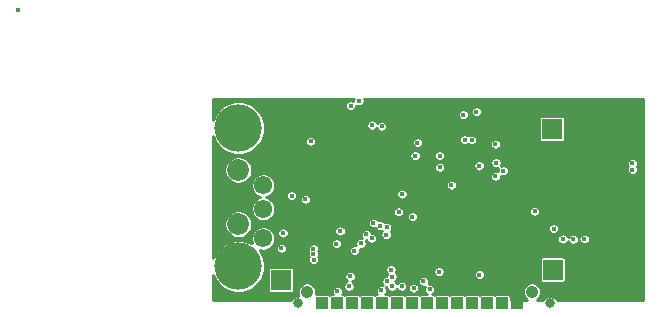
<source format=gbr>
G04 #@! TF.GenerationSoftware,KiCad,Pcbnew,(5.1.6)-1*
G04 #@! TF.CreationDate,2021-12-03T11:37:04+01:00*
G04 #@! TF.ProjectId,Keyvilboard2.0,4b657976-696c-4626-9f61-7264322e302e,rev?*
G04 #@! TF.SameCoordinates,Original*
G04 #@! TF.FileFunction,Copper,L3,Inr*
G04 #@! TF.FilePolarity,Positive*
%FSLAX46Y46*%
G04 Gerber Fmt 4.6, Leading zero omitted, Abs format (unit mm)*
G04 Created by KiCad (PCBNEW (5.1.6)-1) date 2021-12-03 11:37:04*
%MOMM*%
%LPD*%
G01*
G04 APERTURE LIST*
G04 #@! TA.AperFunction,ViaPad*
%ADD10R,1.725000X1.725000*%
G04 #@! TD*
G04 #@! TA.AperFunction,ViaPad*
%ADD11C,3.540000*%
G04 #@! TD*
G04 #@! TA.AperFunction,ViaPad*
%ADD12C,4.000000*%
G04 #@! TD*
G04 #@! TA.AperFunction,ViaPad*
%ADD13C,1.850000*%
G04 #@! TD*
G04 #@! TA.AperFunction,ViaPad*
%ADD14C,1.550000*%
G04 #@! TD*
G04 #@! TA.AperFunction,ViaPad*
%ADD15C,1.067000*%
G04 #@! TD*
G04 #@! TA.AperFunction,ViaPad*
%ADD16C,0.813000*%
G04 #@! TD*
G04 #@! TA.AperFunction,ViaPad*
%ADD17R,1.016000X1.016000*%
G04 #@! TD*
G04 #@! TA.AperFunction,ViaPad*
%ADD18C,0.450000*%
G04 #@! TD*
G04 #@! TA.AperFunction,Conductor*
%ADD19C,0.254000*%
G04 #@! TD*
G04 APERTURE END LIST*
D10*
G04 #@! TO.N,NRFTX*
G04 #@! TO.C,TX1*
X165000000Y-94560000D03*
G04 #@! TD*
G04 #@! TO.N,NRFRX*
G04 #@! TO.C,RX1*
X165060000Y-106460000D03*
G04 #@! TD*
G04 #@! TO.N,GND*
G04 #@! TO.C,GND1*
X142180000Y-93700000D03*
G04 #@! TD*
G04 #@! TO.N,+5V*
G04 #@! TO.C,5V+1*
X142030000Y-107360000D03*
G04 #@! TD*
D11*
G04 #@! TO.N,GND*
G04 #@! TO.C,USBFEMALE1*
X170370000Y-93820000D03*
X170370000Y-106940000D03*
G04 #@! TD*
D12*
G04 #@! TO.N,N/C*
G04 #@! TO.C,USBMALE1*
X138450000Y-94480000D03*
X138450000Y-106180000D03*
D13*
X138450000Y-102630000D03*
X138450000Y-98030000D03*
D14*
G04 #@! TO.N,GND*
X140550000Y-96830000D03*
G04 #@! TO.N,D+AT*
X140550000Y-99330000D03*
G04 #@! TO.N,D-AT*
X140550000Y-101330000D03*
G04 #@! TO.N,+5V*
X140550000Y-103830000D03*
G04 #@! TD*
D15*
G04 #@! TO.N,N/C*
G04 #@! TO.C,U1*
X163300000Y-108339000D03*
D16*
X164799000Y-109330000D03*
X143488000Y-109330000D03*
D15*
X144250000Y-108339000D03*
D17*
G04 #@! TO.N,GND*
X162030000Y-109330000D03*
G04 #@! TO.N,Net-(U1-Pad13)*
X160760000Y-109330000D03*
G04 #@! TO.N,Net-(U1-Pad12)*
X159490000Y-109330000D03*
G04 #@! TO.N,Net-(U1-Pad11)*
X158220000Y-109330000D03*
G04 #@! TO.N,Net-(U1-Pad10)*
X156950000Y-109330000D03*
G04 #@! TO.N,MCLR*
X155680000Y-109330000D03*
G04 #@! TO.N,TXUSBH-PGRCLK*
X154410000Y-109330000D03*
G04 #@! TO.N,RXUSBH-PGRDATA*
X153140000Y-109330000D03*
G04 #@! TO.N,RST*
X151870000Y-109330000D03*
G04 #@! TO.N,MISO*
X150600000Y-109330000D03*
G04 #@! TO.N,MOSI*
X149330000Y-109330000D03*
G04 #@! TO.N,SCLK*
X148060000Y-109330000D03*
G04 #@! TO.N,+3V3*
X146790000Y-109330000D03*
G04 #@! TO.N,VCC*
X145520000Y-109330000D03*
G04 #@! TD*
D18*
G04 #@! TO.N,*
X119820000Y-84490000D03*
G04 #@! TO.N,GND*
X154800000Y-96600000D03*
X154250000Y-96620000D03*
X171130000Y-96420000D03*
X170910000Y-100320000D03*
X169090000Y-102640000D03*
X156650000Y-103520000D03*
X156620000Y-97370000D03*
X150450000Y-97040000D03*
X146730000Y-96890000D03*
X148530000Y-96890000D03*
X150430000Y-98650000D03*
X146520000Y-98410000D03*
X148570000Y-98610000D03*
X148570000Y-100400000D03*
X150420000Y-100390000D03*
X146530000Y-100390000D03*
X158210000Y-106890000D03*
X154080000Y-104840000D03*
X154110000Y-99130000D03*
X143540000Y-103410000D03*
X142980000Y-103420000D03*
X142970000Y-104050000D03*
X143560000Y-104070000D03*
X143520000Y-104630000D03*
X142960000Y-104630000D03*
X143270000Y-105570000D03*
X136620000Y-92350000D03*
X140080000Y-92330000D03*
X143610000Y-92280000D03*
X145740000Y-92240000D03*
X141910000Y-92280000D03*
X136730000Y-108820000D03*
X139650000Y-108960000D03*
X142790000Y-108910000D03*
X136530000Y-104310000D03*
X136530000Y-102640000D03*
X136530000Y-100970000D03*
X136560000Y-99440000D03*
X136610000Y-97710000D03*
X136560000Y-95900000D03*
X138290000Y-100910000D03*
X138340000Y-99440000D03*
X141090000Y-95250000D03*
X141500000Y-97920000D03*
X142950000Y-98770000D03*
X143860000Y-99580000D03*
X143830000Y-98160000D03*
X142580000Y-97060000D03*
X143050000Y-95690000D03*
X144000000Y-94220000D03*
X144240000Y-93140000D03*
X143840000Y-107060000D03*
X146760000Y-106660000D03*
X145310000Y-106470000D03*
X143610000Y-106250000D03*
X158730000Y-108200000D03*
X159550000Y-107240000D03*
X159540000Y-108220000D03*
X161350000Y-108200000D03*
X161320000Y-107470000D03*
X146880000Y-93840000D03*
X145560000Y-93750000D03*
X146630000Y-92930000D03*
X147090000Y-92120000D03*
X148870000Y-94240000D03*
X148840000Y-93370000D03*
X149850000Y-93380000D03*
X150620000Y-93740000D03*
X151390000Y-94020000D03*
X151400000Y-95400000D03*
X152250000Y-95400000D03*
X152280000Y-94020000D03*
X151580000Y-93180000D03*
X154470000Y-93150000D03*
X153220000Y-93140000D03*
X154960000Y-97290000D03*
X153230000Y-101120000D03*
X155020000Y-101110000D03*
X153310000Y-102860000D03*
X155410000Y-102970000D03*
X163130000Y-106820000D03*
X164570000Y-108110000D03*
X165950000Y-108780000D03*
X172450000Y-108900000D03*
X172570000Y-92130000D03*
X172560000Y-95260000D03*
X172570000Y-104540000D03*
X172510000Y-107060000D03*
X167110000Y-107580000D03*
X167980000Y-108850000D03*
X168760000Y-96570000D03*
X167330000Y-98410000D03*
X166880000Y-96400000D03*
X164620000Y-96480000D03*
X164430000Y-98690000D03*
X164460000Y-101260000D03*
X163580000Y-99980000D03*
X161730000Y-98720000D03*
X162870000Y-97350000D03*
X162070000Y-95680000D03*
X160800000Y-95230000D03*
X167440000Y-94950000D03*
X167580000Y-92280000D03*
X166280000Y-95030000D03*
X166320000Y-92120000D03*
X166290000Y-93300000D03*
X163450000Y-94010000D03*
X163530000Y-92160000D03*
X161940000Y-94130000D03*
X161900000Y-92140000D03*
X160520000Y-94090000D03*
X160540000Y-92270000D03*
X160040000Y-93290000D03*
X158540000Y-92190000D03*
X166800000Y-105450000D03*
X157480000Y-92580000D03*
X152770000Y-97490000D03*
X149730000Y-108080000D03*
X147760000Y-105950000D03*
X153230000Y-106600000D03*
X163640000Y-104270000D03*
X151640000Y-102070000D03*
X151440000Y-105110000D03*
X151640000Y-103810000D03*
X170010000Y-98910000D03*
X170960000Y-98910000D03*
X171900000Y-98920000D03*
X154700000Y-95940000D03*
X153800000Y-94510000D03*
G04 #@! TO.N,+3V3*
X156470000Y-99310000D03*
X160250000Y-97410000D03*
X163520000Y-101520000D03*
X158835000Y-106880000D03*
X160193520Y-98580000D03*
X158830000Y-97680000D03*
X146820000Y-108300000D03*
X155490000Y-96830000D03*
X147910000Y-107020000D03*
G04 #@! TO.N,VCC*
X171810000Y-97460000D03*
X171790000Y-98010000D03*
X153600000Y-95730000D03*
X153410000Y-96810000D03*
X144800000Y-104690000D03*
X144800000Y-105150000D03*
X144810000Y-105620000D03*
X144552998Y-95590000D03*
X144110000Y-100520000D03*
X150590000Y-94340000D03*
X152304018Y-100068572D03*
X146750000Y-104260000D03*
X148276553Y-104861053D03*
X165140000Y-103000000D03*
G04 #@! TO.N,MCLR*
X160870000Y-98100000D03*
G04 #@! TO.N,RXUSBH-PGRDATA*
X148660000Y-92160000D03*
X153280000Y-108030000D03*
X158186340Y-95493660D03*
G04 #@! TO.N,+5V*
X142090000Y-104660000D03*
X142230000Y-103370000D03*
G04 #@! TO.N,Net-(22Ohm2-Pad2)*
X142950000Y-100200000D03*
X147060000Y-103200000D03*
G04 #@! TO.N,TXUSBH-PGRCLK*
X147960000Y-92590000D03*
X154653712Y-108133712D03*
X158601840Y-93110000D03*
X157478951Y-93351049D03*
X157609899Y-95468231D03*
G04 #@! TO.N,MISO*
X151010000Y-102860000D03*
X149740000Y-103830000D03*
X150540000Y-108220000D03*
G04 #@! TO.N,MOSI*
X150447168Y-102732909D03*
X149278398Y-103483799D03*
G04 #@! TO.N,SCLK*
X149885230Y-102515989D03*
X147820000Y-107870000D03*
X148819513Y-104228822D03*
G04 #@! TO.N,SS*
X149760000Y-94230000D03*
X150957606Y-103500000D03*
G04 #@! TO.N,DO*
X151454500Y-107049376D03*
G04 #@! TO.N,CLK*
X153180000Y-101980000D03*
X151454500Y-107880376D03*
X152285500Y-107880376D03*
G04 #@! TO.N,DI*
X151033575Y-107444032D03*
X154120000Y-107464876D03*
X155440000Y-106633876D03*
G04 #@! TO.N,CS*
X151361001Y-106480000D03*
G04 #@! TO.N,D11*
X160193520Y-95837998D03*
X152030001Y-101580000D03*
X155502998Y-97800000D03*
G04 #@! TO.N,VDC*
X165920000Y-103870000D03*
X167730000Y-103870000D03*
X166790000Y-103890000D03*
G04 #@! TD*
D19*
G04 #@! TO.N,GND*
G36*
X148198011Y-92027297D02*
G01*
X148181000Y-92112823D01*
X148181000Y-92163074D01*
X148099719Y-92129407D01*
X148007177Y-92111000D01*
X147912823Y-92111000D01*
X147820281Y-92129407D01*
X147733108Y-92165515D01*
X147654655Y-92217936D01*
X147587936Y-92284655D01*
X147535515Y-92363108D01*
X147499407Y-92450281D01*
X147481000Y-92542823D01*
X147481000Y-92637177D01*
X147499407Y-92729719D01*
X147535515Y-92816892D01*
X147587936Y-92895345D01*
X147654655Y-92962064D01*
X147733108Y-93014485D01*
X147820281Y-93050593D01*
X147912823Y-93069000D01*
X148007177Y-93069000D01*
X148099719Y-93050593D01*
X148186892Y-93014485D01*
X148265345Y-92962064D01*
X148332064Y-92895345D01*
X148384485Y-92816892D01*
X148420593Y-92729719D01*
X148439000Y-92637177D01*
X148439000Y-92586926D01*
X148520281Y-92620593D01*
X148612823Y-92639000D01*
X148707177Y-92639000D01*
X148799719Y-92620593D01*
X148886892Y-92584485D01*
X148965345Y-92532064D01*
X149032064Y-92465345D01*
X149084485Y-92386892D01*
X149120593Y-92299719D01*
X149139000Y-92207177D01*
X149139000Y-92112823D01*
X149122038Y-92027547D01*
X172686173Y-92033918D01*
X172695828Y-109026000D01*
X165388000Y-109026000D01*
X165384328Y-109017136D01*
X165312044Y-108908956D01*
X165220044Y-108816956D01*
X165111864Y-108744672D01*
X164991661Y-108694883D01*
X164864054Y-108669500D01*
X164733946Y-108669500D01*
X164606339Y-108694883D01*
X164486136Y-108744672D01*
X164377956Y-108816956D01*
X164285956Y-108908956D01*
X164213672Y-109017136D01*
X164210000Y-109026000D01*
X163689294Y-109026000D01*
X163802002Y-108950691D01*
X163911691Y-108841002D01*
X163997873Y-108712021D01*
X164057236Y-108568705D01*
X164087500Y-108416562D01*
X164087500Y-108261438D01*
X164057236Y-108109295D01*
X163997873Y-107965979D01*
X163911691Y-107836998D01*
X163802002Y-107727309D01*
X163673021Y-107641127D01*
X163529705Y-107581764D01*
X163377562Y-107551500D01*
X163222438Y-107551500D01*
X163070295Y-107581764D01*
X162926979Y-107641127D01*
X162797998Y-107727309D01*
X162688309Y-107836998D01*
X162602127Y-107965979D01*
X162542764Y-108109295D01*
X162512500Y-108261438D01*
X162512500Y-108416562D01*
X162542764Y-108568705D01*
X162602127Y-108712021D01*
X162688309Y-108841002D01*
X162797998Y-108950691D01*
X162910706Y-109026000D01*
X161523228Y-109026000D01*
X161523228Y-108822000D01*
X161518324Y-108772207D01*
X161503800Y-108724328D01*
X161480214Y-108680203D01*
X161448473Y-108641527D01*
X161409797Y-108609786D01*
X161365672Y-108586200D01*
X161317793Y-108571676D01*
X161268000Y-108566772D01*
X160252000Y-108566772D01*
X160202207Y-108571676D01*
X160154328Y-108586200D01*
X160125000Y-108601877D01*
X160095672Y-108586200D01*
X160047793Y-108571676D01*
X159998000Y-108566772D01*
X158982000Y-108566772D01*
X158932207Y-108571676D01*
X158884328Y-108586200D01*
X158855000Y-108601877D01*
X158825672Y-108586200D01*
X158777793Y-108571676D01*
X158728000Y-108566772D01*
X157712000Y-108566772D01*
X157662207Y-108571676D01*
X157614328Y-108586200D01*
X157585000Y-108601877D01*
X157555672Y-108586200D01*
X157507793Y-108571676D01*
X157458000Y-108566772D01*
X156442000Y-108566772D01*
X156392207Y-108571676D01*
X156344328Y-108586200D01*
X156315000Y-108601877D01*
X156285672Y-108586200D01*
X156237793Y-108571676D01*
X156188000Y-108566772D01*
X155172000Y-108566772D01*
X155122207Y-108571676D01*
X155074328Y-108586200D01*
X155045000Y-108601877D01*
X155015672Y-108586200D01*
X154967793Y-108571676D01*
X154918000Y-108566772D01*
X154859902Y-108566772D01*
X154880604Y-108558197D01*
X154959057Y-108505776D01*
X155025776Y-108439057D01*
X155078197Y-108360604D01*
X155114305Y-108273431D01*
X155132712Y-108180889D01*
X155132712Y-108086535D01*
X155114305Y-107993993D01*
X155078197Y-107906820D01*
X155025776Y-107828367D01*
X154959057Y-107761648D01*
X154880604Y-107709227D01*
X154793431Y-107673119D01*
X154700889Y-107654712D01*
X154606535Y-107654712D01*
X154555641Y-107664835D01*
X154580593Y-107604595D01*
X154599000Y-107512053D01*
X154599000Y-107417699D01*
X154580593Y-107325157D01*
X154544485Y-107237984D01*
X154492064Y-107159531D01*
X154425345Y-107092812D01*
X154346892Y-107040391D01*
X154259719Y-107004283D01*
X154167177Y-106985876D01*
X154072823Y-106985876D01*
X153980281Y-107004283D01*
X153893108Y-107040391D01*
X153814655Y-107092812D01*
X153747936Y-107159531D01*
X153695515Y-107237984D01*
X153659407Y-107325157D01*
X153641000Y-107417699D01*
X153641000Y-107512053D01*
X153659407Y-107604595D01*
X153695515Y-107691768D01*
X153747936Y-107770221D01*
X153814655Y-107836940D01*
X153893108Y-107889361D01*
X153980281Y-107925469D01*
X154072823Y-107943876D01*
X154167177Y-107943876D01*
X154218071Y-107933753D01*
X154193119Y-107993993D01*
X154174712Y-108086535D01*
X154174712Y-108180889D01*
X154193119Y-108273431D01*
X154229227Y-108360604D01*
X154281648Y-108439057D01*
X154348367Y-108505776D01*
X154426820Y-108558197D01*
X154447522Y-108566772D01*
X153902000Y-108566772D01*
X153852207Y-108571676D01*
X153804328Y-108586200D01*
X153775000Y-108601877D01*
X153745672Y-108586200D01*
X153697793Y-108571676D01*
X153648000Y-108566772D01*
X152632000Y-108566772D01*
X152582207Y-108571676D01*
X152534328Y-108586200D01*
X152505000Y-108601877D01*
X152475672Y-108586200D01*
X152427793Y-108571676D01*
X152378000Y-108566772D01*
X151362000Y-108566772D01*
X151312207Y-108571676D01*
X151264328Y-108586200D01*
X151235000Y-108601877D01*
X151205672Y-108586200D01*
X151157793Y-108571676D01*
X151108000Y-108566772D01*
X150870637Y-108566772D01*
X150912064Y-108525345D01*
X150964485Y-108446892D01*
X151000593Y-108359719D01*
X151019000Y-108267177D01*
X151019000Y-108172823D01*
X151000593Y-108080281D01*
X150964485Y-107993108D01*
X150912064Y-107914655D01*
X150904065Y-107906656D01*
X150975500Y-107920864D01*
X150975500Y-107927553D01*
X150993907Y-108020095D01*
X151030015Y-108107268D01*
X151082436Y-108185721D01*
X151149155Y-108252440D01*
X151227608Y-108304861D01*
X151314781Y-108340969D01*
X151407323Y-108359376D01*
X151501677Y-108359376D01*
X151594219Y-108340969D01*
X151681392Y-108304861D01*
X151759845Y-108252440D01*
X151826564Y-108185721D01*
X151870000Y-108120715D01*
X151913436Y-108185721D01*
X151980155Y-108252440D01*
X152058608Y-108304861D01*
X152145781Y-108340969D01*
X152238323Y-108359376D01*
X152332677Y-108359376D01*
X152425219Y-108340969D01*
X152512392Y-108304861D01*
X152590845Y-108252440D01*
X152657564Y-108185721D01*
X152709985Y-108107268D01*
X152746093Y-108020095D01*
X152753506Y-107982823D01*
X152801000Y-107982823D01*
X152801000Y-108077177D01*
X152819407Y-108169719D01*
X152855515Y-108256892D01*
X152907936Y-108335345D01*
X152974655Y-108402064D01*
X153053108Y-108454485D01*
X153140281Y-108490593D01*
X153232823Y-108509000D01*
X153327177Y-108509000D01*
X153419719Y-108490593D01*
X153506892Y-108454485D01*
X153585345Y-108402064D01*
X153652064Y-108335345D01*
X153704485Y-108256892D01*
X153740593Y-108169719D01*
X153759000Y-108077177D01*
X153759000Y-107982823D01*
X153740593Y-107890281D01*
X153704485Y-107803108D01*
X153652064Y-107724655D01*
X153585345Y-107657936D01*
X153506892Y-107605515D01*
X153419719Y-107569407D01*
X153327177Y-107551000D01*
X153232823Y-107551000D01*
X153140281Y-107569407D01*
X153053108Y-107605515D01*
X152974655Y-107657936D01*
X152907936Y-107724655D01*
X152855515Y-107803108D01*
X152819407Y-107890281D01*
X152801000Y-107982823D01*
X152753506Y-107982823D01*
X152764500Y-107927553D01*
X152764500Y-107833199D01*
X152746093Y-107740657D01*
X152709985Y-107653484D01*
X152657564Y-107575031D01*
X152590845Y-107508312D01*
X152512392Y-107455891D01*
X152425219Y-107419783D01*
X152332677Y-107401376D01*
X152238323Y-107401376D01*
X152145781Y-107419783D01*
X152058608Y-107455891D01*
X151980155Y-107508312D01*
X151913436Y-107575031D01*
X151870000Y-107640037D01*
X151826564Y-107575031D01*
X151759845Y-107508312D01*
X151694839Y-107464876D01*
X151759845Y-107421440D01*
X151826564Y-107354721D01*
X151878985Y-107276268D01*
X151915093Y-107189095D01*
X151933500Y-107096553D01*
X151933500Y-107002199D01*
X151915093Y-106909657D01*
X151878985Y-106822484D01*
X151826564Y-106744031D01*
X151786640Y-106704107D01*
X151821594Y-106619719D01*
X151828161Y-106586699D01*
X154961000Y-106586699D01*
X154961000Y-106681053D01*
X154979407Y-106773595D01*
X155015515Y-106860768D01*
X155067936Y-106939221D01*
X155134655Y-107005940D01*
X155213108Y-107058361D01*
X155300281Y-107094469D01*
X155392823Y-107112876D01*
X155487177Y-107112876D01*
X155579719Y-107094469D01*
X155666892Y-107058361D01*
X155745345Y-107005940D01*
X155812064Y-106939221D01*
X155864485Y-106860768D01*
X155876060Y-106832823D01*
X158356000Y-106832823D01*
X158356000Y-106927177D01*
X158374407Y-107019719D01*
X158410515Y-107106892D01*
X158462936Y-107185345D01*
X158529655Y-107252064D01*
X158608108Y-107304485D01*
X158695281Y-107340593D01*
X158787823Y-107359000D01*
X158882177Y-107359000D01*
X158974719Y-107340593D01*
X159061892Y-107304485D01*
X159140345Y-107252064D01*
X159207064Y-107185345D01*
X159259485Y-107106892D01*
X159295593Y-107019719D01*
X159314000Y-106927177D01*
X159314000Y-106832823D01*
X159295593Y-106740281D01*
X159259485Y-106653108D01*
X159207064Y-106574655D01*
X159140345Y-106507936D01*
X159061892Y-106455515D01*
X158974719Y-106419407D01*
X158882177Y-106401000D01*
X158787823Y-106401000D01*
X158695281Y-106419407D01*
X158608108Y-106455515D01*
X158529655Y-106507936D01*
X158462936Y-106574655D01*
X158410515Y-106653108D01*
X158374407Y-106740281D01*
X158356000Y-106832823D01*
X155876060Y-106832823D01*
X155900593Y-106773595D01*
X155919000Y-106681053D01*
X155919000Y-106586699D01*
X155900593Y-106494157D01*
X155864485Y-106406984D01*
X155812064Y-106328531D01*
X155745345Y-106261812D01*
X155666892Y-106209391D01*
X155579719Y-106173283D01*
X155487177Y-106154876D01*
X155392823Y-106154876D01*
X155300281Y-106173283D01*
X155213108Y-106209391D01*
X155134655Y-106261812D01*
X155067936Y-106328531D01*
X155015515Y-106406984D01*
X154979407Y-106494157D01*
X154961000Y-106586699D01*
X151828161Y-106586699D01*
X151840001Y-106527177D01*
X151840001Y-106432823D01*
X151821594Y-106340281D01*
X151785486Y-106253108D01*
X151733065Y-106174655D01*
X151666346Y-106107936D01*
X151587893Y-106055515D01*
X151500720Y-106019407D01*
X151408178Y-106001000D01*
X151313824Y-106001000D01*
X151221282Y-106019407D01*
X151134109Y-106055515D01*
X151055656Y-106107936D01*
X150988937Y-106174655D01*
X150936516Y-106253108D01*
X150900408Y-106340281D01*
X150882001Y-106432823D01*
X150882001Y-106527177D01*
X150900408Y-106619719D01*
X150936516Y-106706892D01*
X150988937Y-106785345D01*
X151028861Y-106825269D01*
X150993907Y-106909657D01*
X150982748Y-106965758D01*
X150893856Y-106983439D01*
X150806683Y-107019547D01*
X150728230Y-107071968D01*
X150661511Y-107138687D01*
X150609090Y-107217140D01*
X150572982Y-107304313D01*
X150554575Y-107396855D01*
X150554575Y-107491209D01*
X150572982Y-107583751D01*
X150609090Y-107670924D01*
X150661511Y-107749377D01*
X150669510Y-107757376D01*
X150587177Y-107741000D01*
X150492823Y-107741000D01*
X150400281Y-107759407D01*
X150313108Y-107795515D01*
X150234655Y-107847936D01*
X150167936Y-107914655D01*
X150115515Y-107993108D01*
X150079407Y-108080281D01*
X150061000Y-108172823D01*
X150061000Y-108267177D01*
X150079407Y-108359719D01*
X150115515Y-108446892D01*
X150167936Y-108525345D01*
X150209363Y-108566772D01*
X150092000Y-108566772D01*
X150042207Y-108571676D01*
X149994328Y-108586200D01*
X149965000Y-108601877D01*
X149935672Y-108586200D01*
X149887793Y-108571676D01*
X149838000Y-108566772D01*
X148822000Y-108566772D01*
X148772207Y-108571676D01*
X148724328Y-108586200D01*
X148695000Y-108601877D01*
X148665672Y-108586200D01*
X148617793Y-108571676D01*
X148568000Y-108566772D01*
X147552000Y-108566772D01*
X147502207Y-108571676D01*
X147454328Y-108586200D01*
X147425000Y-108601877D01*
X147395672Y-108586200D01*
X147347793Y-108571676D01*
X147298000Y-108566772D01*
X147217838Y-108566772D01*
X147244485Y-108526892D01*
X147280593Y-108439719D01*
X147299000Y-108347177D01*
X147299000Y-108252823D01*
X147280593Y-108160281D01*
X147244485Y-108073108D01*
X147192064Y-107994655D01*
X147125345Y-107927936D01*
X147046892Y-107875515D01*
X146959719Y-107839407D01*
X146876343Y-107822823D01*
X147341000Y-107822823D01*
X147341000Y-107917177D01*
X147359407Y-108009719D01*
X147395515Y-108096892D01*
X147447936Y-108175345D01*
X147514655Y-108242064D01*
X147593108Y-108294485D01*
X147680281Y-108330593D01*
X147772823Y-108349000D01*
X147867177Y-108349000D01*
X147959719Y-108330593D01*
X148046892Y-108294485D01*
X148125345Y-108242064D01*
X148192064Y-108175345D01*
X148244485Y-108096892D01*
X148280593Y-108009719D01*
X148299000Y-107917177D01*
X148299000Y-107822823D01*
X148280593Y-107730281D01*
X148244485Y-107643108D01*
X148192064Y-107564655D01*
X148125345Y-107497936D01*
X148080382Y-107467892D01*
X148136892Y-107444485D01*
X148215345Y-107392064D01*
X148282064Y-107325345D01*
X148334485Y-107246892D01*
X148370593Y-107159719D01*
X148389000Y-107067177D01*
X148389000Y-106972823D01*
X148370593Y-106880281D01*
X148334485Y-106793108D01*
X148282064Y-106714655D01*
X148215345Y-106647936D01*
X148136892Y-106595515D01*
X148049719Y-106559407D01*
X147957177Y-106541000D01*
X147862823Y-106541000D01*
X147770281Y-106559407D01*
X147683108Y-106595515D01*
X147604655Y-106647936D01*
X147537936Y-106714655D01*
X147485515Y-106793108D01*
X147449407Y-106880281D01*
X147431000Y-106972823D01*
X147431000Y-107067177D01*
X147449407Y-107159719D01*
X147485515Y-107246892D01*
X147537936Y-107325345D01*
X147604655Y-107392064D01*
X147649618Y-107422108D01*
X147593108Y-107445515D01*
X147514655Y-107497936D01*
X147447936Y-107564655D01*
X147395515Y-107643108D01*
X147359407Y-107730281D01*
X147341000Y-107822823D01*
X146876343Y-107822823D01*
X146867177Y-107821000D01*
X146772823Y-107821000D01*
X146680281Y-107839407D01*
X146593108Y-107875515D01*
X146514655Y-107927936D01*
X146447936Y-107994655D01*
X146395515Y-108073108D01*
X146359407Y-108160281D01*
X146341000Y-108252823D01*
X146341000Y-108347177D01*
X146359407Y-108439719D01*
X146395515Y-108526892D01*
X146422162Y-108566772D01*
X146282000Y-108566772D01*
X146232207Y-108571676D01*
X146184328Y-108586200D01*
X146155000Y-108601877D01*
X146125672Y-108586200D01*
X146077793Y-108571676D01*
X146028000Y-108566772D01*
X145012000Y-108566772D01*
X145007533Y-108567212D01*
X145037500Y-108416562D01*
X145037500Y-108261438D01*
X145007236Y-108109295D01*
X144947873Y-107965979D01*
X144861691Y-107836998D01*
X144752002Y-107727309D01*
X144623021Y-107641127D01*
X144479705Y-107581764D01*
X144327562Y-107551500D01*
X144172438Y-107551500D01*
X144020295Y-107581764D01*
X143876979Y-107641127D01*
X143747998Y-107727309D01*
X143638309Y-107836998D01*
X143552127Y-107965979D01*
X143492764Y-108109295D01*
X143462500Y-108261438D01*
X143462500Y-108416562D01*
X143492764Y-108568705D01*
X143534514Y-108669500D01*
X143422946Y-108669500D01*
X143295339Y-108694883D01*
X143175136Y-108744672D01*
X143066956Y-108816956D01*
X142974956Y-108908956D01*
X142902672Y-109017136D01*
X142899000Y-109026000D01*
X136304000Y-109026000D01*
X136304000Y-106889084D01*
X136452531Y-107247669D01*
X136699204Y-107616841D01*
X137013159Y-107930796D01*
X137382331Y-108177469D01*
X137792532Y-108347380D01*
X138228000Y-108434000D01*
X138672000Y-108434000D01*
X139107468Y-108347380D01*
X139517669Y-108177469D01*
X139886841Y-107930796D01*
X140200796Y-107616841D01*
X140447469Y-107247669D01*
X140617380Y-106837468D01*
X140685003Y-106497500D01*
X140912272Y-106497500D01*
X140912272Y-108222500D01*
X140917176Y-108272293D01*
X140931700Y-108320172D01*
X140955286Y-108364297D01*
X140987027Y-108402973D01*
X141025703Y-108434714D01*
X141069828Y-108458300D01*
X141117707Y-108472824D01*
X141167500Y-108477728D01*
X142892500Y-108477728D01*
X142942293Y-108472824D01*
X142990172Y-108458300D01*
X143034297Y-108434714D01*
X143072973Y-108402973D01*
X143104714Y-108364297D01*
X143128300Y-108320172D01*
X143142824Y-108272293D01*
X143147728Y-108222500D01*
X143147728Y-106497500D01*
X143142824Y-106447707D01*
X143128300Y-106399828D01*
X143104714Y-106355703D01*
X143072973Y-106317027D01*
X143034297Y-106285286D01*
X142990172Y-106261700D01*
X142942293Y-106247176D01*
X142892500Y-106242272D01*
X141167500Y-106242272D01*
X141117707Y-106247176D01*
X141069828Y-106261700D01*
X141025703Y-106285286D01*
X140987027Y-106317027D01*
X140955286Y-106355703D01*
X140931700Y-106399828D01*
X140917176Y-106447707D01*
X140912272Y-106497500D01*
X140685003Y-106497500D01*
X140704000Y-106402000D01*
X140704000Y-105958000D01*
X140617380Y-105522532D01*
X140447469Y-105112331D01*
X140252071Y-104819897D01*
X140448652Y-104859000D01*
X140651348Y-104859000D01*
X140850148Y-104819456D01*
X141037414Y-104741888D01*
X141205949Y-104629277D01*
X141222403Y-104612823D01*
X141611000Y-104612823D01*
X141611000Y-104707177D01*
X141629407Y-104799719D01*
X141665515Y-104886892D01*
X141717936Y-104965345D01*
X141784655Y-105032064D01*
X141863108Y-105084485D01*
X141950281Y-105120593D01*
X142042823Y-105139000D01*
X142137177Y-105139000D01*
X142229719Y-105120593D01*
X142316892Y-105084485D01*
X142395345Y-105032064D01*
X142462064Y-104965345D01*
X142514485Y-104886892D01*
X142550593Y-104799719D01*
X142569000Y-104707177D01*
X142569000Y-104642823D01*
X144321000Y-104642823D01*
X144321000Y-104737177D01*
X144339407Y-104829719D01*
X144375515Y-104916892D01*
X144377592Y-104920000D01*
X144375515Y-104923108D01*
X144339407Y-105010281D01*
X144321000Y-105102823D01*
X144321000Y-105197177D01*
X144339407Y-105289719D01*
X144375515Y-105376892D01*
X144385933Y-105392483D01*
X144385515Y-105393108D01*
X144349407Y-105480281D01*
X144331000Y-105572823D01*
X144331000Y-105667177D01*
X144349407Y-105759719D01*
X144385515Y-105846892D01*
X144437936Y-105925345D01*
X144504655Y-105992064D01*
X144583108Y-106044485D01*
X144670281Y-106080593D01*
X144762823Y-106099000D01*
X144857177Y-106099000D01*
X144949719Y-106080593D01*
X145036892Y-106044485D01*
X145115345Y-105992064D01*
X145182064Y-105925345D01*
X145234485Y-105846892D01*
X145270593Y-105759719D01*
X145289000Y-105667177D01*
X145289000Y-105597500D01*
X163942272Y-105597500D01*
X163942272Y-107322500D01*
X163947176Y-107372293D01*
X163961700Y-107420172D01*
X163985286Y-107464297D01*
X164017027Y-107502973D01*
X164055703Y-107534714D01*
X164099828Y-107558300D01*
X164147707Y-107572824D01*
X164197500Y-107577728D01*
X165922500Y-107577728D01*
X165972293Y-107572824D01*
X166020172Y-107558300D01*
X166064297Y-107534714D01*
X166102973Y-107502973D01*
X166134714Y-107464297D01*
X166158300Y-107420172D01*
X166172824Y-107372293D01*
X166177728Y-107322500D01*
X166177728Y-105597500D01*
X166172824Y-105547707D01*
X166158300Y-105499828D01*
X166134714Y-105455703D01*
X166102973Y-105417027D01*
X166064297Y-105385286D01*
X166020172Y-105361700D01*
X165972293Y-105347176D01*
X165922500Y-105342272D01*
X164197500Y-105342272D01*
X164147707Y-105347176D01*
X164099828Y-105361700D01*
X164055703Y-105385286D01*
X164017027Y-105417027D01*
X163985286Y-105455703D01*
X163961700Y-105499828D01*
X163947176Y-105547707D01*
X163942272Y-105597500D01*
X145289000Y-105597500D01*
X145289000Y-105572823D01*
X145270593Y-105480281D01*
X145234485Y-105393108D01*
X145224067Y-105377517D01*
X145224485Y-105376892D01*
X145260593Y-105289719D01*
X145279000Y-105197177D01*
X145279000Y-105102823D01*
X145260593Y-105010281D01*
X145224485Y-104923108D01*
X145222408Y-104920000D01*
X145224485Y-104916892D01*
X145260593Y-104829719D01*
X145263744Y-104813876D01*
X147797553Y-104813876D01*
X147797553Y-104908230D01*
X147815960Y-105000772D01*
X147852068Y-105087945D01*
X147904489Y-105166398D01*
X147971208Y-105233117D01*
X148049661Y-105285538D01*
X148136834Y-105321646D01*
X148229376Y-105340053D01*
X148323730Y-105340053D01*
X148416272Y-105321646D01*
X148503445Y-105285538D01*
X148581898Y-105233117D01*
X148648617Y-105166398D01*
X148701038Y-105087945D01*
X148737146Y-105000772D01*
X148755553Y-104908230D01*
X148755553Y-104813876D01*
X148737146Y-104721334D01*
X148727887Y-104698981D01*
X148772336Y-104707822D01*
X148866690Y-104707822D01*
X148959232Y-104689415D01*
X149046405Y-104653307D01*
X149124858Y-104600886D01*
X149191577Y-104534167D01*
X149243998Y-104455714D01*
X149280106Y-104368541D01*
X149298513Y-104275999D01*
X149298513Y-104181645D01*
X149280106Y-104089103D01*
X149243998Y-104001930D01*
X149215802Y-103959732D01*
X149231221Y-103962799D01*
X149278031Y-103962799D01*
X149279407Y-103969719D01*
X149315515Y-104056892D01*
X149367936Y-104135345D01*
X149434655Y-104202064D01*
X149513108Y-104254485D01*
X149600281Y-104290593D01*
X149692823Y-104309000D01*
X149787177Y-104309000D01*
X149879719Y-104290593D01*
X149966892Y-104254485D01*
X150045345Y-104202064D01*
X150112064Y-104135345D01*
X150164485Y-104056892D01*
X150200593Y-103969719D01*
X150219000Y-103877177D01*
X150219000Y-103782823D01*
X150200593Y-103690281D01*
X150164485Y-103603108D01*
X150112064Y-103524655D01*
X150045345Y-103457936D01*
X149966892Y-103405515D01*
X149879719Y-103369407D01*
X149787177Y-103351000D01*
X149740367Y-103351000D01*
X149738991Y-103344080D01*
X149702883Y-103256907D01*
X149650462Y-103178454D01*
X149583743Y-103111735D01*
X149505290Y-103059314D01*
X149418117Y-103023206D01*
X149325575Y-103004799D01*
X149231221Y-103004799D01*
X149138679Y-103023206D01*
X149051506Y-103059314D01*
X148973053Y-103111735D01*
X148906334Y-103178454D01*
X148853913Y-103256907D01*
X148817805Y-103344080D01*
X148799398Y-103436622D01*
X148799398Y-103530976D01*
X148817805Y-103623518D01*
X148853913Y-103710691D01*
X148882109Y-103752889D01*
X148866690Y-103749822D01*
X148772336Y-103749822D01*
X148679794Y-103768229D01*
X148592621Y-103804337D01*
X148514168Y-103856758D01*
X148447449Y-103923477D01*
X148395028Y-104001930D01*
X148358920Y-104089103D01*
X148340513Y-104181645D01*
X148340513Y-104275999D01*
X148358920Y-104368541D01*
X148368179Y-104390894D01*
X148323730Y-104382053D01*
X148229376Y-104382053D01*
X148136834Y-104400460D01*
X148049661Y-104436568D01*
X147971208Y-104488989D01*
X147904489Y-104555708D01*
X147852068Y-104634161D01*
X147815960Y-104721334D01*
X147797553Y-104813876D01*
X145263744Y-104813876D01*
X145279000Y-104737177D01*
X145279000Y-104642823D01*
X145260593Y-104550281D01*
X145224485Y-104463108D01*
X145172064Y-104384655D01*
X145105345Y-104317936D01*
X145026892Y-104265515D01*
X144939719Y-104229407D01*
X144856343Y-104212823D01*
X146271000Y-104212823D01*
X146271000Y-104307177D01*
X146289407Y-104399719D01*
X146325515Y-104486892D01*
X146377936Y-104565345D01*
X146444655Y-104632064D01*
X146523108Y-104684485D01*
X146610281Y-104720593D01*
X146702823Y-104739000D01*
X146797177Y-104739000D01*
X146889719Y-104720593D01*
X146976892Y-104684485D01*
X147055345Y-104632064D01*
X147122064Y-104565345D01*
X147174485Y-104486892D01*
X147210593Y-104399719D01*
X147229000Y-104307177D01*
X147229000Y-104212823D01*
X147210593Y-104120281D01*
X147174485Y-104033108D01*
X147122064Y-103954655D01*
X147055345Y-103887936D01*
X146976892Y-103835515D01*
X146889719Y-103799407D01*
X146797177Y-103781000D01*
X146702823Y-103781000D01*
X146610281Y-103799407D01*
X146523108Y-103835515D01*
X146444655Y-103887936D01*
X146377936Y-103954655D01*
X146325515Y-104033108D01*
X146289407Y-104120281D01*
X146271000Y-104212823D01*
X144856343Y-104212823D01*
X144847177Y-104211000D01*
X144752823Y-104211000D01*
X144660281Y-104229407D01*
X144573108Y-104265515D01*
X144494655Y-104317936D01*
X144427936Y-104384655D01*
X144375515Y-104463108D01*
X144339407Y-104550281D01*
X144321000Y-104642823D01*
X142569000Y-104642823D01*
X142569000Y-104612823D01*
X142550593Y-104520281D01*
X142514485Y-104433108D01*
X142462064Y-104354655D01*
X142395345Y-104287936D01*
X142316892Y-104235515D01*
X142229719Y-104199407D01*
X142137177Y-104181000D01*
X142042823Y-104181000D01*
X141950281Y-104199407D01*
X141863108Y-104235515D01*
X141784655Y-104287936D01*
X141717936Y-104354655D01*
X141665515Y-104433108D01*
X141629407Y-104520281D01*
X141611000Y-104612823D01*
X141222403Y-104612823D01*
X141349277Y-104485949D01*
X141461888Y-104317414D01*
X141539456Y-104130148D01*
X141579000Y-103931348D01*
X141579000Y-103728652D01*
X141539456Y-103529852D01*
X141461888Y-103342586D01*
X141448683Y-103322823D01*
X141751000Y-103322823D01*
X141751000Y-103417177D01*
X141769407Y-103509719D01*
X141805515Y-103596892D01*
X141857936Y-103675345D01*
X141924655Y-103742064D01*
X142003108Y-103794485D01*
X142090281Y-103830593D01*
X142182823Y-103849000D01*
X142277177Y-103849000D01*
X142369719Y-103830593D01*
X142456892Y-103794485D01*
X142535345Y-103742064D01*
X142602064Y-103675345D01*
X142654485Y-103596892D01*
X142690593Y-103509719D01*
X142709000Y-103417177D01*
X142709000Y-103322823D01*
X142690593Y-103230281D01*
X142658510Y-103152823D01*
X146581000Y-103152823D01*
X146581000Y-103247177D01*
X146599407Y-103339719D01*
X146635515Y-103426892D01*
X146687936Y-103505345D01*
X146754655Y-103572064D01*
X146833108Y-103624485D01*
X146920281Y-103660593D01*
X147012823Y-103679000D01*
X147107177Y-103679000D01*
X147199719Y-103660593D01*
X147286892Y-103624485D01*
X147365345Y-103572064D01*
X147432064Y-103505345D01*
X147484485Y-103426892D01*
X147520593Y-103339719D01*
X147539000Y-103247177D01*
X147539000Y-103152823D01*
X147520593Y-103060281D01*
X147484485Y-102973108D01*
X147432064Y-102894655D01*
X147365345Y-102827936D01*
X147286892Y-102775515D01*
X147199719Y-102739407D01*
X147107177Y-102721000D01*
X147012823Y-102721000D01*
X146920281Y-102739407D01*
X146833108Y-102775515D01*
X146754655Y-102827936D01*
X146687936Y-102894655D01*
X146635515Y-102973108D01*
X146599407Y-103060281D01*
X146581000Y-103152823D01*
X142658510Y-103152823D01*
X142654485Y-103143108D01*
X142602064Y-103064655D01*
X142535345Y-102997936D01*
X142456892Y-102945515D01*
X142369719Y-102909407D01*
X142277177Y-102891000D01*
X142182823Y-102891000D01*
X142090281Y-102909407D01*
X142003108Y-102945515D01*
X141924655Y-102997936D01*
X141857936Y-103064655D01*
X141805515Y-103143108D01*
X141769407Y-103230281D01*
X141751000Y-103322823D01*
X141448683Y-103322823D01*
X141349277Y-103174051D01*
X141205949Y-103030723D01*
X141037414Y-102918112D01*
X140850148Y-102840544D01*
X140651348Y-102801000D01*
X140448652Y-102801000D01*
X140249852Y-102840544D01*
X140062586Y-102918112D01*
X139894051Y-103030723D01*
X139750723Y-103174051D01*
X139638112Y-103342586D01*
X139560544Y-103529852D01*
X139521000Y-103728652D01*
X139521000Y-103931348D01*
X139560544Y-104130148D01*
X139606953Y-104242188D01*
X139517669Y-104182531D01*
X139107468Y-104012620D01*
X138672000Y-103926000D01*
X138228000Y-103926000D01*
X137792532Y-104012620D01*
X137382331Y-104182531D01*
X137013159Y-104429204D01*
X136699204Y-104743159D01*
X136452531Y-105112331D01*
X136304000Y-105470916D01*
X136304000Y-102513879D01*
X137271000Y-102513879D01*
X137271000Y-102746121D01*
X137316308Y-102973902D01*
X137405183Y-103188466D01*
X137534211Y-103381569D01*
X137698431Y-103545789D01*
X137891534Y-103674817D01*
X138106098Y-103763692D01*
X138333879Y-103809000D01*
X138566121Y-103809000D01*
X138793902Y-103763692D01*
X139008466Y-103674817D01*
X139201569Y-103545789D01*
X139365789Y-103381569D01*
X139494817Y-103188466D01*
X139583692Y-102973902D01*
X139629000Y-102746121D01*
X139629000Y-102513879D01*
X139620036Y-102468812D01*
X149406230Y-102468812D01*
X149406230Y-102563166D01*
X149424637Y-102655708D01*
X149460745Y-102742881D01*
X149513166Y-102821334D01*
X149579885Y-102888053D01*
X149658338Y-102940474D01*
X149745511Y-102976582D01*
X149838053Y-102994989D01*
X149932407Y-102994989D01*
X150024949Y-102976582D01*
X150031956Y-102973679D01*
X150075104Y-103038254D01*
X150141823Y-103104973D01*
X150220276Y-103157394D01*
X150307449Y-103193502D01*
X150399991Y-103211909D01*
X150494345Y-103211909D01*
X150586647Y-103193550D01*
X150585542Y-103194655D01*
X150533121Y-103273108D01*
X150497013Y-103360281D01*
X150478606Y-103452823D01*
X150478606Y-103547177D01*
X150497013Y-103639719D01*
X150533121Y-103726892D01*
X150585542Y-103805345D01*
X150652261Y-103872064D01*
X150730714Y-103924485D01*
X150817887Y-103960593D01*
X150910429Y-103979000D01*
X151004783Y-103979000D01*
X151097325Y-103960593D01*
X151184498Y-103924485D01*
X151262951Y-103872064D01*
X151312192Y-103822823D01*
X165441000Y-103822823D01*
X165441000Y-103917177D01*
X165459407Y-104009719D01*
X165495515Y-104096892D01*
X165547936Y-104175345D01*
X165614655Y-104242064D01*
X165693108Y-104294485D01*
X165780281Y-104330593D01*
X165872823Y-104349000D01*
X165967177Y-104349000D01*
X166059719Y-104330593D01*
X166146892Y-104294485D01*
X166225345Y-104242064D01*
X166292064Y-104175345D01*
X166344485Y-104096892D01*
X166350858Y-104081506D01*
X166365515Y-104116892D01*
X166417936Y-104195345D01*
X166484655Y-104262064D01*
X166563108Y-104314485D01*
X166650281Y-104350593D01*
X166742823Y-104369000D01*
X166837177Y-104369000D01*
X166929719Y-104350593D01*
X167016892Y-104314485D01*
X167095345Y-104262064D01*
X167162064Y-104195345D01*
X167214485Y-104116892D01*
X167250593Y-104029719D01*
X167261989Y-103972425D01*
X167269407Y-104009719D01*
X167305515Y-104096892D01*
X167357936Y-104175345D01*
X167424655Y-104242064D01*
X167503108Y-104294485D01*
X167590281Y-104330593D01*
X167682823Y-104349000D01*
X167777177Y-104349000D01*
X167869719Y-104330593D01*
X167956892Y-104294485D01*
X168035345Y-104242064D01*
X168102064Y-104175345D01*
X168154485Y-104096892D01*
X168190593Y-104009719D01*
X168209000Y-103917177D01*
X168209000Y-103822823D01*
X168190593Y-103730281D01*
X168154485Y-103643108D01*
X168102064Y-103564655D01*
X168035345Y-103497936D01*
X167956892Y-103445515D01*
X167869719Y-103409407D01*
X167777177Y-103391000D01*
X167682823Y-103391000D01*
X167590281Y-103409407D01*
X167503108Y-103445515D01*
X167424655Y-103497936D01*
X167357936Y-103564655D01*
X167305515Y-103643108D01*
X167269407Y-103730281D01*
X167258011Y-103787575D01*
X167250593Y-103750281D01*
X167214485Y-103663108D01*
X167162064Y-103584655D01*
X167095345Y-103517936D01*
X167016892Y-103465515D01*
X166929719Y-103429407D01*
X166837177Y-103411000D01*
X166742823Y-103411000D01*
X166650281Y-103429407D01*
X166563108Y-103465515D01*
X166484655Y-103517936D01*
X166417936Y-103584655D01*
X166365515Y-103663108D01*
X166359142Y-103678494D01*
X166344485Y-103643108D01*
X166292064Y-103564655D01*
X166225345Y-103497936D01*
X166146892Y-103445515D01*
X166059719Y-103409407D01*
X165967177Y-103391000D01*
X165872823Y-103391000D01*
X165780281Y-103409407D01*
X165693108Y-103445515D01*
X165614655Y-103497936D01*
X165547936Y-103564655D01*
X165495515Y-103643108D01*
X165459407Y-103730281D01*
X165441000Y-103822823D01*
X151312192Y-103822823D01*
X151329670Y-103805345D01*
X151382091Y-103726892D01*
X151418199Y-103639719D01*
X151436606Y-103547177D01*
X151436606Y-103452823D01*
X151418199Y-103360281D01*
X151382091Y-103273108D01*
X151338916Y-103208493D01*
X151382064Y-103165345D01*
X151434485Y-103086892D01*
X151470593Y-102999719D01*
X151479920Y-102952823D01*
X164661000Y-102952823D01*
X164661000Y-103047177D01*
X164679407Y-103139719D01*
X164715515Y-103226892D01*
X164767936Y-103305345D01*
X164834655Y-103372064D01*
X164913108Y-103424485D01*
X165000281Y-103460593D01*
X165092823Y-103479000D01*
X165187177Y-103479000D01*
X165279719Y-103460593D01*
X165366892Y-103424485D01*
X165445345Y-103372064D01*
X165512064Y-103305345D01*
X165564485Y-103226892D01*
X165600593Y-103139719D01*
X165619000Y-103047177D01*
X165619000Y-102952823D01*
X165600593Y-102860281D01*
X165564485Y-102773108D01*
X165512064Y-102694655D01*
X165445345Y-102627936D01*
X165366892Y-102575515D01*
X165279719Y-102539407D01*
X165187177Y-102521000D01*
X165092823Y-102521000D01*
X165000281Y-102539407D01*
X164913108Y-102575515D01*
X164834655Y-102627936D01*
X164767936Y-102694655D01*
X164715515Y-102773108D01*
X164679407Y-102860281D01*
X164661000Y-102952823D01*
X151479920Y-102952823D01*
X151489000Y-102907177D01*
X151489000Y-102812823D01*
X151470593Y-102720281D01*
X151434485Y-102633108D01*
X151382064Y-102554655D01*
X151315345Y-102487936D01*
X151236892Y-102435515D01*
X151149719Y-102399407D01*
X151057177Y-102381000D01*
X150962823Y-102381000D01*
X150870281Y-102399407D01*
X150814274Y-102422606D01*
X150752513Y-102360845D01*
X150674060Y-102308424D01*
X150586887Y-102272316D01*
X150494345Y-102253909D01*
X150399991Y-102253909D01*
X150307449Y-102272316D01*
X150300442Y-102275219D01*
X150257294Y-102210644D01*
X150190575Y-102143925D01*
X150112122Y-102091504D01*
X150024949Y-102055396D01*
X149932407Y-102036989D01*
X149838053Y-102036989D01*
X149745511Y-102055396D01*
X149658338Y-102091504D01*
X149579885Y-102143925D01*
X149513166Y-102210644D01*
X149460745Y-102289097D01*
X149424637Y-102376270D01*
X149406230Y-102468812D01*
X139620036Y-102468812D01*
X139583692Y-102286098D01*
X139494817Y-102071534D01*
X139365789Y-101878431D01*
X139201569Y-101714211D01*
X139008466Y-101585183D01*
X138793902Y-101496308D01*
X138566121Y-101451000D01*
X138333879Y-101451000D01*
X138106098Y-101496308D01*
X137891534Y-101585183D01*
X137698431Y-101714211D01*
X137534211Y-101878431D01*
X137405183Y-102071534D01*
X137316308Y-102286098D01*
X137271000Y-102513879D01*
X136304000Y-102513879D01*
X136304000Y-99228652D01*
X139521000Y-99228652D01*
X139521000Y-99431348D01*
X139560544Y-99630148D01*
X139638112Y-99817414D01*
X139750723Y-99985949D01*
X139894051Y-100129277D01*
X140062586Y-100241888D01*
X140249852Y-100319456D01*
X140302860Y-100330000D01*
X140249852Y-100340544D01*
X140062586Y-100418112D01*
X139894051Y-100530723D01*
X139750723Y-100674051D01*
X139638112Y-100842586D01*
X139560544Y-101029852D01*
X139521000Y-101228652D01*
X139521000Y-101431348D01*
X139560544Y-101630148D01*
X139638112Y-101817414D01*
X139750723Y-101985949D01*
X139894051Y-102129277D01*
X140062586Y-102241888D01*
X140249852Y-102319456D01*
X140448652Y-102359000D01*
X140651348Y-102359000D01*
X140850148Y-102319456D01*
X141037414Y-102241888D01*
X141205949Y-102129277D01*
X141349277Y-101985949D01*
X141461888Y-101817414D01*
X141539456Y-101630148D01*
X141558815Y-101532823D01*
X151551001Y-101532823D01*
X151551001Y-101627177D01*
X151569408Y-101719719D01*
X151605516Y-101806892D01*
X151657937Y-101885345D01*
X151724656Y-101952064D01*
X151803109Y-102004485D01*
X151890282Y-102040593D01*
X151982824Y-102059000D01*
X152077178Y-102059000D01*
X152169720Y-102040593D01*
X152256893Y-102004485D01*
X152335346Y-101952064D01*
X152354587Y-101932823D01*
X152701000Y-101932823D01*
X152701000Y-102027177D01*
X152719407Y-102119719D01*
X152755515Y-102206892D01*
X152807936Y-102285345D01*
X152874655Y-102352064D01*
X152953108Y-102404485D01*
X153040281Y-102440593D01*
X153132823Y-102459000D01*
X153227177Y-102459000D01*
X153319719Y-102440593D01*
X153406892Y-102404485D01*
X153485345Y-102352064D01*
X153552064Y-102285345D01*
X153604485Y-102206892D01*
X153640593Y-102119719D01*
X153659000Y-102027177D01*
X153659000Y-101932823D01*
X153640593Y-101840281D01*
X153604485Y-101753108D01*
X153552064Y-101674655D01*
X153485345Y-101607936D01*
X153406892Y-101555515D01*
X153319719Y-101519407D01*
X153227177Y-101501000D01*
X153132823Y-101501000D01*
X153040281Y-101519407D01*
X152953108Y-101555515D01*
X152874655Y-101607936D01*
X152807936Y-101674655D01*
X152755515Y-101753108D01*
X152719407Y-101840281D01*
X152701000Y-101932823D01*
X152354587Y-101932823D01*
X152402065Y-101885345D01*
X152454486Y-101806892D01*
X152490594Y-101719719D01*
X152509001Y-101627177D01*
X152509001Y-101532823D01*
X152497067Y-101472823D01*
X163041000Y-101472823D01*
X163041000Y-101567177D01*
X163059407Y-101659719D01*
X163095515Y-101746892D01*
X163147936Y-101825345D01*
X163214655Y-101892064D01*
X163293108Y-101944485D01*
X163380281Y-101980593D01*
X163472823Y-101999000D01*
X163567177Y-101999000D01*
X163659719Y-101980593D01*
X163746892Y-101944485D01*
X163825345Y-101892064D01*
X163892064Y-101825345D01*
X163944485Y-101746892D01*
X163980593Y-101659719D01*
X163999000Y-101567177D01*
X163999000Y-101472823D01*
X163980593Y-101380281D01*
X163944485Y-101293108D01*
X163892064Y-101214655D01*
X163825345Y-101147936D01*
X163746892Y-101095515D01*
X163659719Y-101059407D01*
X163567177Y-101041000D01*
X163472823Y-101041000D01*
X163380281Y-101059407D01*
X163293108Y-101095515D01*
X163214655Y-101147936D01*
X163147936Y-101214655D01*
X163095515Y-101293108D01*
X163059407Y-101380281D01*
X163041000Y-101472823D01*
X152497067Y-101472823D01*
X152490594Y-101440281D01*
X152454486Y-101353108D01*
X152402065Y-101274655D01*
X152335346Y-101207936D01*
X152256893Y-101155515D01*
X152169720Y-101119407D01*
X152077178Y-101101000D01*
X151982824Y-101101000D01*
X151890282Y-101119407D01*
X151803109Y-101155515D01*
X151724656Y-101207936D01*
X151657937Y-101274655D01*
X151605516Y-101353108D01*
X151569408Y-101440281D01*
X151551001Y-101532823D01*
X141558815Y-101532823D01*
X141579000Y-101431348D01*
X141579000Y-101228652D01*
X141539456Y-101029852D01*
X141461888Y-100842586D01*
X141349277Y-100674051D01*
X141205949Y-100530723D01*
X141037414Y-100418112D01*
X140850148Y-100340544D01*
X140797140Y-100330000D01*
X140850148Y-100319456D01*
X141037414Y-100241888D01*
X141170709Y-100152823D01*
X142471000Y-100152823D01*
X142471000Y-100247177D01*
X142489407Y-100339719D01*
X142525515Y-100426892D01*
X142577936Y-100505345D01*
X142644655Y-100572064D01*
X142723108Y-100624485D01*
X142810281Y-100660593D01*
X142902823Y-100679000D01*
X142997177Y-100679000D01*
X143089719Y-100660593D01*
X143176892Y-100624485D01*
X143255345Y-100572064D01*
X143322064Y-100505345D01*
X143343794Y-100472823D01*
X143631000Y-100472823D01*
X143631000Y-100567177D01*
X143649407Y-100659719D01*
X143685515Y-100746892D01*
X143737936Y-100825345D01*
X143804655Y-100892064D01*
X143883108Y-100944485D01*
X143970281Y-100980593D01*
X144062823Y-100999000D01*
X144157177Y-100999000D01*
X144249719Y-100980593D01*
X144336892Y-100944485D01*
X144415345Y-100892064D01*
X144482064Y-100825345D01*
X144534485Y-100746892D01*
X144570593Y-100659719D01*
X144589000Y-100567177D01*
X144589000Y-100472823D01*
X144570593Y-100380281D01*
X144534485Y-100293108D01*
X144482064Y-100214655D01*
X144415345Y-100147936D01*
X144336892Y-100095515D01*
X144249719Y-100059407D01*
X144157177Y-100041000D01*
X144062823Y-100041000D01*
X143970281Y-100059407D01*
X143883108Y-100095515D01*
X143804655Y-100147936D01*
X143737936Y-100214655D01*
X143685515Y-100293108D01*
X143649407Y-100380281D01*
X143631000Y-100472823D01*
X143343794Y-100472823D01*
X143374485Y-100426892D01*
X143410593Y-100339719D01*
X143429000Y-100247177D01*
X143429000Y-100152823D01*
X143410593Y-100060281D01*
X143394486Y-100021395D01*
X151825018Y-100021395D01*
X151825018Y-100115749D01*
X151843425Y-100208291D01*
X151879533Y-100295464D01*
X151931954Y-100373917D01*
X151998673Y-100440636D01*
X152077126Y-100493057D01*
X152164299Y-100529165D01*
X152256841Y-100547572D01*
X152351195Y-100547572D01*
X152443737Y-100529165D01*
X152530910Y-100493057D01*
X152609363Y-100440636D01*
X152676082Y-100373917D01*
X152728503Y-100295464D01*
X152764611Y-100208291D01*
X152783018Y-100115749D01*
X152783018Y-100021395D01*
X152764611Y-99928853D01*
X152728503Y-99841680D01*
X152676082Y-99763227D01*
X152609363Y-99696508D01*
X152530910Y-99644087D01*
X152443737Y-99607979D01*
X152351195Y-99589572D01*
X152256841Y-99589572D01*
X152164299Y-99607979D01*
X152077126Y-99644087D01*
X151998673Y-99696508D01*
X151931954Y-99763227D01*
X151879533Y-99841680D01*
X151843425Y-99928853D01*
X151825018Y-100021395D01*
X143394486Y-100021395D01*
X143374485Y-99973108D01*
X143322064Y-99894655D01*
X143255345Y-99827936D01*
X143176892Y-99775515D01*
X143089719Y-99739407D01*
X142997177Y-99721000D01*
X142902823Y-99721000D01*
X142810281Y-99739407D01*
X142723108Y-99775515D01*
X142644655Y-99827936D01*
X142577936Y-99894655D01*
X142525515Y-99973108D01*
X142489407Y-100060281D01*
X142471000Y-100152823D01*
X141170709Y-100152823D01*
X141205949Y-100129277D01*
X141349277Y-99985949D01*
X141461888Y-99817414D01*
X141539456Y-99630148D01*
X141579000Y-99431348D01*
X141579000Y-99262823D01*
X155991000Y-99262823D01*
X155991000Y-99357177D01*
X156009407Y-99449719D01*
X156045515Y-99536892D01*
X156097936Y-99615345D01*
X156164655Y-99682064D01*
X156243108Y-99734485D01*
X156330281Y-99770593D01*
X156422823Y-99789000D01*
X156517177Y-99789000D01*
X156609719Y-99770593D01*
X156696892Y-99734485D01*
X156775345Y-99682064D01*
X156842064Y-99615345D01*
X156894485Y-99536892D01*
X156930593Y-99449719D01*
X156949000Y-99357177D01*
X156949000Y-99262823D01*
X156930593Y-99170281D01*
X156894485Y-99083108D01*
X156842064Y-99004655D01*
X156775345Y-98937936D01*
X156696892Y-98885515D01*
X156609719Y-98849407D01*
X156517177Y-98831000D01*
X156422823Y-98831000D01*
X156330281Y-98849407D01*
X156243108Y-98885515D01*
X156164655Y-98937936D01*
X156097936Y-99004655D01*
X156045515Y-99083108D01*
X156009407Y-99170281D01*
X155991000Y-99262823D01*
X141579000Y-99262823D01*
X141579000Y-99228652D01*
X141539456Y-99029852D01*
X141461888Y-98842586D01*
X141349277Y-98674051D01*
X141208049Y-98532823D01*
X159714520Y-98532823D01*
X159714520Y-98627177D01*
X159732927Y-98719719D01*
X159769035Y-98806892D01*
X159821456Y-98885345D01*
X159888175Y-98952064D01*
X159966628Y-99004485D01*
X160053801Y-99040593D01*
X160146343Y-99059000D01*
X160240697Y-99059000D01*
X160333239Y-99040593D01*
X160420412Y-99004485D01*
X160498865Y-98952064D01*
X160565584Y-98885345D01*
X160618005Y-98806892D01*
X160654113Y-98719719D01*
X160672520Y-98627177D01*
X160672520Y-98536668D01*
X160730281Y-98560593D01*
X160822823Y-98579000D01*
X160917177Y-98579000D01*
X161009719Y-98560593D01*
X161096892Y-98524485D01*
X161175345Y-98472064D01*
X161242064Y-98405345D01*
X161294485Y-98326892D01*
X161330593Y-98239719D01*
X161349000Y-98147177D01*
X161349000Y-98052823D01*
X161331099Y-97962823D01*
X171311000Y-97962823D01*
X171311000Y-98057177D01*
X171329407Y-98149719D01*
X171365515Y-98236892D01*
X171417936Y-98315345D01*
X171484655Y-98382064D01*
X171563108Y-98434485D01*
X171650281Y-98470593D01*
X171742823Y-98489000D01*
X171837177Y-98489000D01*
X171929719Y-98470593D01*
X172016892Y-98434485D01*
X172095345Y-98382064D01*
X172162064Y-98315345D01*
X172214485Y-98236892D01*
X172250593Y-98149719D01*
X172269000Y-98057177D01*
X172269000Y-97962823D01*
X172250593Y-97870281D01*
X172214485Y-97783108D01*
X172192340Y-97749966D01*
X172234485Y-97686892D01*
X172270593Y-97599719D01*
X172289000Y-97507177D01*
X172289000Y-97412823D01*
X172270593Y-97320281D01*
X172234485Y-97233108D01*
X172182064Y-97154655D01*
X172115345Y-97087936D01*
X172036892Y-97035515D01*
X171949719Y-96999407D01*
X171857177Y-96981000D01*
X171762823Y-96981000D01*
X171670281Y-96999407D01*
X171583108Y-97035515D01*
X171504655Y-97087936D01*
X171437936Y-97154655D01*
X171385515Y-97233108D01*
X171349407Y-97320281D01*
X171331000Y-97412823D01*
X171331000Y-97507177D01*
X171349407Y-97599719D01*
X171385515Y-97686892D01*
X171407660Y-97720034D01*
X171365515Y-97783108D01*
X171329407Y-97870281D01*
X171311000Y-97962823D01*
X161331099Y-97962823D01*
X161330593Y-97960281D01*
X161294485Y-97873108D01*
X161242064Y-97794655D01*
X161175345Y-97727936D01*
X161096892Y-97675515D01*
X161009719Y-97639407D01*
X160917177Y-97621000D01*
X160822823Y-97621000D01*
X160730281Y-97639407D01*
X160650809Y-97672325D01*
X160674485Y-97636892D01*
X160710593Y-97549719D01*
X160729000Y-97457177D01*
X160729000Y-97362823D01*
X160710593Y-97270281D01*
X160674485Y-97183108D01*
X160622064Y-97104655D01*
X160555345Y-97037936D01*
X160476892Y-96985515D01*
X160389719Y-96949407D01*
X160297177Y-96931000D01*
X160202823Y-96931000D01*
X160110281Y-96949407D01*
X160023108Y-96985515D01*
X159944655Y-97037936D01*
X159877936Y-97104655D01*
X159825515Y-97183108D01*
X159789407Y-97270281D01*
X159771000Y-97362823D01*
X159771000Y-97457177D01*
X159789407Y-97549719D01*
X159825515Y-97636892D01*
X159877936Y-97715345D01*
X159944655Y-97782064D01*
X160023108Y-97834485D01*
X160110281Y-97870593D01*
X160202823Y-97889000D01*
X160297177Y-97889000D01*
X160389719Y-97870593D01*
X160469191Y-97837675D01*
X160445515Y-97873108D01*
X160409407Y-97960281D01*
X160391000Y-98052823D01*
X160391000Y-98143332D01*
X160333239Y-98119407D01*
X160240697Y-98101000D01*
X160146343Y-98101000D01*
X160053801Y-98119407D01*
X159966628Y-98155515D01*
X159888175Y-98207936D01*
X159821456Y-98274655D01*
X159769035Y-98353108D01*
X159732927Y-98440281D01*
X159714520Y-98532823D01*
X141208049Y-98532823D01*
X141205949Y-98530723D01*
X141037414Y-98418112D01*
X140850148Y-98340544D01*
X140651348Y-98301000D01*
X140448652Y-98301000D01*
X140249852Y-98340544D01*
X140062586Y-98418112D01*
X139894051Y-98530723D01*
X139750723Y-98674051D01*
X139638112Y-98842586D01*
X139560544Y-99029852D01*
X139521000Y-99228652D01*
X136304000Y-99228652D01*
X136304000Y-97913879D01*
X137271000Y-97913879D01*
X137271000Y-98146121D01*
X137316308Y-98373902D01*
X137405183Y-98588466D01*
X137534211Y-98781569D01*
X137698431Y-98945789D01*
X137891534Y-99074817D01*
X138106098Y-99163692D01*
X138333879Y-99209000D01*
X138566121Y-99209000D01*
X138793902Y-99163692D01*
X139008466Y-99074817D01*
X139201569Y-98945789D01*
X139365789Y-98781569D01*
X139494817Y-98588466D01*
X139583692Y-98373902D01*
X139629000Y-98146121D01*
X139629000Y-97913879D01*
X139596965Y-97752823D01*
X155023998Y-97752823D01*
X155023998Y-97847177D01*
X155042405Y-97939719D01*
X155078513Y-98026892D01*
X155130934Y-98105345D01*
X155197653Y-98172064D01*
X155276106Y-98224485D01*
X155363279Y-98260593D01*
X155455821Y-98279000D01*
X155550175Y-98279000D01*
X155642717Y-98260593D01*
X155729890Y-98224485D01*
X155808343Y-98172064D01*
X155875062Y-98105345D01*
X155927483Y-98026892D01*
X155963591Y-97939719D01*
X155981998Y-97847177D01*
X155981998Y-97752823D01*
X155963591Y-97660281D01*
X155952218Y-97632823D01*
X158351000Y-97632823D01*
X158351000Y-97727177D01*
X158369407Y-97819719D01*
X158405515Y-97906892D01*
X158457936Y-97985345D01*
X158524655Y-98052064D01*
X158603108Y-98104485D01*
X158690281Y-98140593D01*
X158782823Y-98159000D01*
X158877177Y-98159000D01*
X158969719Y-98140593D01*
X159056892Y-98104485D01*
X159135345Y-98052064D01*
X159202064Y-97985345D01*
X159254485Y-97906892D01*
X159290593Y-97819719D01*
X159309000Y-97727177D01*
X159309000Y-97632823D01*
X159290593Y-97540281D01*
X159254485Y-97453108D01*
X159202064Y-97374655D01*
X159135345Y-97307936D01*
X159056892Y-97255515D01*
X158969719Y-97219407D01*
X158877177Y-97201000D01*
X158782823Y-97201000D01*
X158690281Y-97219407D01*
X158603108Y-97255515D01*
X158524655Y-97307936D01*
X158457936Y-97374655D01*
X158405515Y-97453108D01*
X158369407Y-97540281D01*
X158351000Y-97632823D01*
X155952218Y-97632823D01*
X155927483Y-97573108D01*
X155875062Y-97494655D01*
X155808343Y-97427936D01*
X155729890Y-97375515D01*
X155642717Y-97339407D01*
X155550175Y-97321000D01*
X155455821Y-97321000D01*
X155363279Y-97339407D01*
X155276106Y-97375515D01*
X155197653Y-97427936D01*
X155130934Y-97494655D01*
X155078513Y-97573108D01*
X155042405Y-97660281D01*
X155023998Y-97752823D01*
X139596965Y-97752823D01*
X139583692Y-97686098D01*
X139494817Y-97471534D01*
X139365789Y-97278431D01*
X139201569Y-97114211D01*
X139008466Y-96985183D01*
X138793902Y-96896308D01*
X138566121Y-96851000D01*
X138333879Y-96851000D01*
X138106098Y-96896308D01*
X137891534Y-96985183D01*
X137698431Y-97114211D01*
X137534211Y-97278431D01*
X137405183Y-97471534D01*
X137316308Y-97686098D01*
X137271000Y-97913879D01*
X136304000Y-97913879D01*
X136304000Y-96762823D01*
X152931000Y-96762823D01*
X152931000Y-96857177D01*
X152949407Y-96949719D01*
X152985515Y-97036892D01*
X153037936Y-97115345D01*
X153104655Y-97182064D01*
X153183108Y-97234485D01*
X153270281Y-97270593D01*
X153362823Y-97289000D01*
X153457177Y-97289000D01*
X153549719Y-97270593D01*
X153636892Y-97234485D01*
X153715345Y-97182064D01*
X153782064Y-97115345D01*
X153834485Y-97036892D01*
X153870593Y-96949719D01*
X153889000Y-96857177D01*
X153889000Y-96782823D01*
X155011000Y-96782823D01*
X155011000Y-96877177D01*
X155029407Y-96969719D01*
X155065515Y-97056892D01*
X155117936Y-97135345D01*
X155184655Y-97202064D01*
X155263108Y-97254485D01*
X155350281Y-97290593D01*
X155442823Y-97309000D01*
X155537177Y-97309000D01*
X155629719Y-97290593D01*
X155716892Y-97254485D01*
X155795345Y-97202064D01*
X155862064Y-97135345D01*
X155914485Y-97056892D01*
X155950593Y-96969719D01*
X155969000Y-96877177D01*
X155969000Y-96782823D01*
X155950593Y-96690281D01*
X155914485Y-96603108D01*
X155862064Y-96524655D01*
X155795345Y-96457936D01*
X155716892Y-96405515D01*
X155629719Y-96369407D01*
X155537177Y-96351000D01*
X155442823Y-96351000D01*
X155350281Y-96369407D01*
X155263108Y-96405515D01*
X155184655Y-96457936D01*
X155117936Y-96524655D01*
X155065515Y-96603108D01*
X155029407Y-96690281D01*
X155011000Y-96782823D01*
X153889000Y-96782823D01*
X153889000Y-96762823D01*
X153870593Y-96670281D01*
X153834485Y-96583108D01*
X153782064Y-96504655D01*
X153715345Y-96437936D01*
X153636892Y-96385515D01*
X153549719Y-96349407D01*
X153457177Y-96331000D01*
X153362823Y-96331000D01*
X153270281Y-96349407D01*
X153183108Y-96385515D01*
X153104655Y-96437936D01*
X153037936Y-96504655D01*
X152985515Y-96583108D01*
X152949407Y-96670281D01*
X152931000Y-96762823D01*
X136304000Y-96762823D01*
X136304000Y-95189084D01*
X136452531Y-95547669D01*
X136699204Y-95916841D01*
X137013159Y-96230796D01*
X137382331Y-96477469D01*
X137792532Y-96647380D01*
X138228000Y-96734000D01*
X138672000Y-96734000D01*
X139107468Y-96647380D01*
X139517669Y-96477469D01*
X139886841Y-96230796D01*
X140200796Y-95916841D01*
X140447469Y-95547669D01*
X140449476Y-95542823D01*
X144073998Y-95542823D01*
X144073998Y-95637177D01*
X144092405Y-95729719D01*
X144128513Y-95816892D01*
X144180934Y-95895345D01*
X144247653Y-95962064D01*
X144326106Y-96014485D01*
X144413279Y-96050593D01*
X144505821Y-96069000D01*
X144600175Y-96069000D01*
X144692717Y-96050593D01*
X144779890Y-96014485D01*
X144858343Y-95962064D01*
X144925062Y-95895345D01*
X144977483Y-95816892D01*
X145013591Y-95729719D01*
X145022918Y-95682823D01*
X153121000Y-95682823D01*
X153121000Y-95777177D01*
X153139407Y-95869719D01*
X153175515Y-95956892D01*
X153227936Y-96035345D01*
X153294655Y-96102064D01*
X153373108Y-96154485D01*
X153460281Y-96190593D01*
X153552823Y-96209000D01*
X153647177Y-96209000D01*
X153739719Y-96190593D01*
X153826892Y-96154485D01*
X153905345Y-96102064D01*
X153972064Y-96035345D01*
X154024485Y-95956892D01*
X154060593Y-95869719D01*
X154079000Y-95777177D01*
X154079000Y-95682823D01*
X154060593Y-95590281D01*
X154024485Y-95503108D01*
X153972064Y-95424655D01*
X153968463Y-95421054D01*
X157130899Y-95421054D01*
X157130899Y-95515408D01*
X157149306Y-95607950D01*
X157185414Y-95695123D01*
X157237835Y-95773576D01*
X157304554Y-95840295D01*
X157383007Y-95892716D01*
X157470180Y-95928824D01*
X157562722Y-95947231D01*
X157657076Y-95947231D01*
X157749618Y-95928824D01*
X157836791Y-95892716D01*
X157879470Y-95864199D01*
X157880995Y-95865724D01*
X157959448Y-95918145D01*
X158046621Y-95954253D01*
X158139163Y-95972660D01*
X158233517Y-95972660D01*
X158326059Y-95954253D01*
X158413232Y-95918145D01*
X158491685Y-95865724D01*
X158558404Y-95799005D01*
X158563872Y-95790821D01*
X159714520Y-95790821D01*
X159714520Y-95885175D01*
X159732927Y-95977717D01*
X159769035Y-96064890D01*
X159821456Y-96143343D01*
X159888175Y-96210062D01*
X159966628Y-96262483D01*
X160053801Y-96298591D01*
X160146343Y-96316998D01*
X160240697Y-96316998D01*
X160333239Y-96298591D01*
X160420412Y-96262483D01*
X160498865Y-96210062D01*
X160565584Y-96143343D01*
X160618005Y-96064890D01*
X160654113Y-95977717D01*
X160672520Y-95885175D01*
X160672520Y-95790821D01*
X160654113Y-95698279D01*
X160618005Y-95611106D01*
X160565584Y-95532653D01*
X160498865Y-95465934D01*
X160420412Y-95413513D01*
X160333239Y-95377405D01*
X160240697Y-95358998D01*
X160146343Y-95358998D01*
X160053801Y-95377405D01*
X159966628Y-95413513D01*
X159888175Y-95465934D01*
X159821456Y-95532653D01*
X159769035Y-95611106D01*
X159732927Y-95698279D01*
X159714520Y-95790821D01*
X158563872Y-95790821D01*
X158610825Y-95720552D01*
X158646933Y-95633379D01*
X158665340Y-95540837D01*
X158665340Y-95446483D01*
X158646933Y-95353941D01*
X158610825Y-95266768D01*
X158558404Y-95188315D01*
X158491685Y-95121596D01*
X158413232Y-95069175D01*
X158326059Y-95033067D01*
X158233517Y-95014660D01*
X158139163Y-95014660D01*
X158046621Y-95033067D01*
X157959448Y-95069175D01*
X157916769Y-95097692D01*
X157915244Y-95096167D01*
X157836791Y-95043746D01*
X157749618Y-95007638D01*
X157657076Y-94989231D01*
X157562722Y-94989231D01*
X157470180Y-95007638D01*
X157383007Y-95043746D01*
X157304554Y-95096167D01*
X157237835Y-95162886D01*
X157185414Y-95241339D01*
X157149306Y-95328512D01*
X157130899Y-95421054D01*
X153968463Y-95421054D01*
X153905345Y-95357936D01*
X153826892Y-95305515D01*
X153739719Y-95269407D01*
X153647177Y-95251000D01*
X153552823Y-95251000D01*
X153460281Y-95269407D01*
X153373108Y-95305515D01*
X153294655Y-95357936D01*
X153227936Y-95424655D01*
X153175515Y-95503108D01*
X153139407Y-95590281D01*
X153121000Y-95682823D01*
X145022918Y-95682823D01*
X145031998Y-95637177D01*
X145031998Y-95542823D01*
X145013591Y-95450281D01*
X144977483Y-95363108D01*
X144925062Y-95284655D01*
X144858343Y-95217936D01*
X144779890Y-95165515D01*
X144692717Y-95129407D01*
X144600175Y-95111000D01*
X144505821Y-95111000D01*
X144413279Y-95129407D01*
X144326106Y-95165515D01*
X144247653Y-95217936D01*
X144180934Y-95284655D01*
X144128513Y-95363108D01*
X144092405Y-95450281D01*
X144073998Y-95542823D01*
X140449476Y-95542823D01*
X140617380Y-95137468D01*
X140704000Y-94702000D01*
X140704000Y-94258000D01*
X140689047Y-94182823D01*
X149281000Y-94182823D01*
X149281000Y-94277177D01*
X149299407Y-94369719D01*
X149335515Y-94456892D01*
X149387936Y-94535345D01*
X149454655Y-94602064D01*
X149533108Y-94654485D01*
X149620281Y-94690593D01*
X149712823Y-94709000D01*
X149807177Y-94709000D01*
X149899719Y-94690593D01*
X149986892Y-94654485D01*
X150065345Y-94602064D01*
X150132064Y-94535345D01*
X150144647Y-94516513D01*
X150165515Y-94566892D01*
X150217936Y-94645345D01*
X150284655Y-94712064D01*
X150363108Y-94764485D01*
X150450281Y-94800593D01*
X150542823Y-94819000D01*
X150637177Y-94819000D01*
X150729719Y-94800593D01*
X150816892Y-94764485D01*
X150895345Y-94712064D01*
X150962064Y-94645345D01*
X151014485Y-94566892D01*
X151050593Y-94479719D01*
X151069000Y-94387177D01*
X151069000Y-94292823D01*
X151050593Y-94200281D01*
X151014485Y-94113108D01*
X150962064Y-94034655D01*
X150895345Y-93967936D01*
X150816892Y-93915515D01*
X150729719Y-93879407D01*
X150637177Y-93861000D01*
X150542823Y-93861000D01*
X150450281Y-93879407D01*
X150363108Y-93915515D01*
X150284655Y-93967936D01*
X150217936Y-94034655D01*
X150205353Y-94053487D01*
X150184485Y-94003108D01*
X150132064Y-93924655D01*
X150065345Y-93857936D01*
X149986892Y-93805515D01*
X149899719Y-93769407D01*
X149807177Y-93751000D01*
X149712823Y-93751000D01*
X149620281Y-93769407D01*
X149533108Y-93805515D01*
X149454655Y-93857936D01*
X149387936Y-93924655D01*
X149335515Y-94003108D01*
X149299407Y-94090281D01*
X149281000Y-94182823D01*
X140689047Y-94182823D01*
X140617380Y-93822532D01*
X140447469Y-93412331D01*
X140374999Y-93303872D01*
X156999951Y-93303872D01*
X156999951Y-93398226D01*
X157018358Y-93490768D01*
X157054466Y-93577941D01*
X157106887Y-93656394D01*
X157173606Y-93723113D01*
X157252059Y-93775534D01*
X157339232Y-93811642D01*
X157431774Y-93830049D01*
X157526128Y-93830049D01*
X157618670Y-93811642D01*
X157705843Y-93775534D01*
X157784296Y-93723113D01*
X157809909Y-93697500D01*
X163882272Y-93697500D01*
X163882272Y-95422500D01*
X163887176Y-95472293D01*
X163901700Y-95520172D01*
X163925286Y-95564297D01*
X163957027Y-95602973D01*
X163995703Y-95634714D01*
X164039828Y-95658300D01*
X164087707Y-95672824D01*
X164137500Y-95677728D01*
X165862500Y-95677728D01*
X165912293Y-95672824D01*
X165960172Y-95658300D01*
X166004297Y-95634714D01*
X166042973Y-95602973D01*
X166074714Y-95564297D01*
X166098300Y-95520172D01*
X166112824Y-95472293D01*
X166117728Y-95422500D01*
X166117728Y-93697500D01*
X166112824Y-93647707D01*
X166098300Y-93599828D01*
X166074714Y-93555703D01*
X166042973Y-93517027D01*
X166004297Y-93485286D01*
X165960172Y-93461700D01*
X165912293Y-93447176D01*
X165862500Y-93442272D01*
X164137500Y-93442272D01*
X164087707Y-93447176D01*
X164039828Y-93461700D01*
X163995703Y-93485286D01*
X163957027Y-93517027D01*
X163925286Y-93555703D01*
X163901700Y-93599828D01*
X163887176Y-93647707D01*
X163882272Y-93697500D01*
X157809909Y-93697500D01*
X157851015Y-93656394D01*
X157903436Y-93577941D01*
X157939544Y-93490768D01*
X157957951Y-93398226D01*
X157957951Y-93303872D01*
X157939544Y-93211330D01*
X157903436Y-93124157D01*
X157862454Y-93062823D01*
X158122840Y-93062823D01*
X158122840Y-93157177D01*
X158141247Y-93249719D01*
X158177355Y-93336892D01*
X158229776Y-93415345D01*
X158296495Y-93482064D01*
X158374948Y-93534485D01*
X158462121Y-93570593D01*
X158554663Y-93589000D01*
X158649017Y-93589000D01*
X158741559Y-93570593D01*
X158828732Y-93534485D01*
X158907185Y-93482064D01*
X158973904Y-93415345D01*
X159026325Y-93336892D01*
X159062433Y-93249719D01*
X159080840Y-93157177D01*
X159080840Y-93062823D01*
X159062433Y-92970281D01*
X159026325Y-92883108D01*
X158973904Y-92804655D01*
X158907185Y-92737936D01*
X158828732Y-92685515D01*
X158741559Y-92649407D01*
X158649017Y-92631000D01*
X158554663Y-92631000D01*
X158462121Y-92649407D01*
X158374948Y-92685515D01*
X158296495Y-92737936D01*
X158229776Y-92804655D01*
X158177355Y-92883108D01*
X158141247Y-92970281D01*
X158122840Y-93062823D01*
X157862454Y-93062823D01*
X157851015Y-93045704D01*
X157784296Y-92978985D01*
X157705843Y-92926564D01*
X157618670Y-92890456D01*
X157526128Y-92872049D01*
X157431774Y-92872049D01*
X157339232Y-92890456D01*
X157252059Y-92926564D01*
X157173606Y-92978985D01*
X157106887Y-93045704D01*
X157054466Y-93124157D01*
X157018358Y-93211330D01*
X156999951Y-93303872D01*
X140374999Y-93303872D01*
X140200796Y-93043159D01*
X139886841Y-92729204D01*
X139517669Y-92482531D01*
X139107468Y-92312620D01*
X138672000Y-92226000D01*
X138228000Y-92226000D01*
X137792532Y-92312620D01*
X137382331Y-92482531D01*
X137013159Y-92729204D01*
X136699204Y-93043159D01*
X136452531Y-93412331D01*
X136304000Y-93770916D01*
X136304000Y-92024081D01*
X148198011Y-92027297D01*
G37*
X148198011Y-92027297D02*
X148181000Y-92112823D01*
X148181000Y-92163074D01*
X148099719Y-92129407D01*
X148007177Y-92111000D01*
X147912823Y-92111000D01*
X147820281Y-92129407D01*
X147733108Y-92165515D01*
X147654655Y-92217936D01*
X147587936Y-92284655D01*
X147535515Y-92363108D01*
X147499407Y-92450281D01*
X147481000Y-92542823D01*
X147481000Y-92637177D01*
X147499407Y-92729719D01*
X147535515Y-92816892D01*
X147587936Y-92895345D01*
X147654655Y-92962064D01*
X147733108Y-93014485D01*
X147820281Y-93050593D01*
X147912823Y-93069000D01*
X148007177Y-93069000D01*
X148099719Y-93050593D01*
X148186892Y-93014485D01*
X148265345Y-92962064D01*
X148332064Y-92895345D01*
X148384485Y-92816892D01*
X148420593Y-92729719D01*
X148439000Y-92637177D01*
X148439000Y-92586926D01*
X148520281Y-92620593D01*
X148612823Y-92639000D01*
X148707177Y-92639000D01*
X148799719Y-92620593D01*
X148886892Y-92584485D01*
X148965345Y-92532064D01*
X149032064Y-92465345D01*
X149084485Y-92386892D01*
X149120593Y-92299719D01*
X149139000Y-92207177D01*
X149139000Y-92112823D01*
X149122038Y-92027547D01*
X172686173Y-92033918D01*
X172695828Y-109026000D01*
X165388000Y-109026000D01*
X165384328Y-109017136D01*
X165312044Y-108908956D01*
X165220044Y-108816956D01*
X165111864Y-108744672D01*
X164991661Y-108694883D01*
X164864054Y-108669500D01*
X164733946Y-108669500D01*
X164606339Y-108694883D01*
X164486136Y-108744672D01*
X164377956Y-108816956D01*
X164285956Y-108908956D01*
X164213672Y-109017136D01*
X164210000Y-109026000D01*
X163689294Y-109026000D01*
X163802002Y-108950691D01*
X163911691Y-108841002D01*
X163997873Y-108712021D01*
X164057236Y-108568705D01*
X164087500Y-108416562D01*
X164087500Y-108261438D01*
X164057236Y-108109295D01*
X163997873Y-107965979D01*
X163911691Y-107836998D01*
X163802002Y-107727309D01*
X163673021Y-107641127D01*
X163529705Y-107581764D01*
X163377562Y-107551500D01*
X163222438Y-107551500D01*
X163070295Y-107581764D01*
X162926979Y-107641127D01*
X162797998Y-107727309D01*
X162688309Y-107836998D01*
X162602127Y-107965979D01*
X162542764Y-108109295D01*
X162512500Y-108261438D01*
X162512500Y-108416562D01*
X162542764Y-108568705D01*
X162602127Y-108712021D01*
X162688309Y-108841002D01*
X162797998Y-108950691D01*
X162910706Y-109026000D01*
X161523228Y-109026000D01*
X161523228Y-108822000D01*
X161518324Y-108772207D01*
X161503800Y-108724328D01*
X161480214Y-108680203D01*
X161448473Y-108641527D01*
X161409797Y-108609786D01*
X161365672Y-108586200D01*
X161317793Y-108571676D01*
X161268000Y-108566772D01*
X160252000Y-108566772D01*
X160202207Y-108571676D01*
X160154328Y-108586200D01*
X160125000Y-108601877D01*
X160095672Y-108586200D01*
X160047793Y-108571676D01*
X159998000Y-108566772D01*
X158982000Y-108566772D01*
X158932207Y-108571676D01*
X158884328Y-108586200D01*
X158855000Y-108601877D01*
X158825672Y-108586200D01*
X158777793Y-108571676D01*
X158728000Y-108566772D01*
X157712000Y-108566772D01*
X157662207Y-108571676D01*
X157614328Y-108586200D01*
X157585000Y-108601877D01*
X157555672Y-108586200D01*
X157507793Y-108571676D01*
X157458000Y-108566772D01*
X156442000Y-108566772D01*
X156392207Y-108571676D01*
X156344328Y-108586200D01*
X156315000Y-108601877D01*
X156285672Y-108586200D01*
X156237793Y-108571676D01*
X156188000Y-108566772D01*
X155172000Y-108566772D01*
X155122207Y-108571676D01*
X155074328Y-108586200D01*
X155045000Y-108601877D01*
X155015672Y-108586200D01*
X154967793Y-108571676D01*
X154918000Y-108566772D01*
X154859902Y-108566772D01*
X154880604Y-108558197D01*
X154959057Y-108505776D01*
X155025776Y-108439057D01*
X155078197Y-108360604D01*
X155114305Y-108273431D01*
X155132712Y-108180889D01*
X155132712Y-108086535D01*
X155114305Y-107993993D01*
X155078197Y-107906820D01*
X155025776Y-107828367D01*
X154959057Y-107761648D01*
X154880604Y-107709227D01*
X154793431Y-107673119D01*
X154700889Y-107654712D01*
X154606535Y-107654712D01*
X154555641Y-107664835D01*
X154580593Y-107604595D01*
X154599000Y-107512053D01*
X154599000Y-107417699D01*
X154580593Y-107325157D01*
X154544485Y-107237984D01*
X154492064Y-107159531D01*
X154425345Y-107092812D01*
X154346892Y-107040391D01*
X154259719Y-107004283D01*
X154167177Y-106985876D01*
X154072823Y-106985876D01*
X153980281Y-107004283D01*
X153893108Y-107040391D01*
X153814655Y-107092812D01*
X153747936Y-107159531D01*
X153695515Y-107237984D01*
X153659407Y-107325157D01*
X153641000Y-107417699D01*
X153641000Y-107512053D01*
X153659407Y-107604595D01*
X153695515Y-107691768D01*
X153747936Y-107770221D01*
X153814655Y-107836940D01*
X153893108Y-107889361D01*
X153980281Y-107925469D01*
X154072823Y-107943876D01*
X154167177Y-107943876D01*
X154218071Y-107933753D01*
X154193119Y-107993993D01*
X154174712Y-108086535D01*
X154174712Y-108180889D01*
X154193119Y-108273431D01*
X154229227Y-108360604D01*
X154281648Y-108439057D01*
X154348367Y-108505776D01*
X154426820Y-108558197D01*
X154447522Y-108566772D01*
X153902000Y-108566772D01*
X153852207Y-108571676D01*
X153804328Y-108586200D01*
X153775000Y-108601877D01*
X153745672Y-108586200D01*
X153697793Y-108571676D01*
X153648000Y-108566772D01*
X152632000Y-108566772D01*
X152582207Y-108571676D01*
X152534328Y-108586200D01*
X152505000Y-108601877D01*
X152475672Y-108586200D01*
X152427793Y-108571676D01*
X152378000Y-108566772D01*
X151362000Y-108566772D01*
X151312207Y-108571676D01*
X151264328Y-108586200D01*
X151235000Y-108601877D01*
X151205672Y-108586200D01*
X151157793Y-108571676D01*
X151108000Y-108566772D01*
X150870637Y-108566772D01*
X150912064Y-108525345D01*
X150964485Y-108446892D01*
X151000593Y-108359719D01*
X151019000Y-108267177D01*
X151019000Y-108172823D01*
X151000593Y-108080281D01*
X150964485Y-107993108D01*
X150912064Y-107914655D01*
X150904065Y-107906656D01*
X150975500Y-107920864D01*
X150975500Y-107927553D01*
X150993907Y-108020095D01*
X151030015Y-108107268D01*
X151082436Y-108185721D01*
X151149155Y-108252440D01*
X151227608Y-108304861D01*
X151314781Y-108340969D01*
X151407323Y-108359376D01*
X151501677Y-108359376D01*
X151594219Y-108340969D01*
X151681392Y-108304861D01*
X151759845Y-108252440D01*
X151826564Y-108185721D01*
X151870000Y-108120715D01*
X151913436Y-108185721D01*
X151980155Y-108252440D01*
X152058608Y-108304861D01*
X152145781Y-108340969D01*
X152238323Y-108359376D01*
X152332677Y-108359376D01*
X152425219Y-108340969D01*
X152512392Y-108304861D01*
X152590845Y-108252440D01*
X152657564Y-108185721D01*
X152709985Y-108107268D01*
X152746093Y-108020095D01*
X152753506Y-107982823D01*
X152801000Y-107982823D01*
X152801000Y-108077177D01*
X152819407Y-108169719D01*
X152855515Y-108256892D01*
X152907936Y-108335345D01*
X152974655Y-108402064D01*
X153053108Y-108454485D01*
X153140281Y-108490593D01*
X153232823Y-108509000D01*
X153327177Y-108509000D01*
X153419719Y-108490593D01*
X153506892Y-108454485D01*
X153585345Y-108402064D01*
X153652064Y-108335345D01*
X153704485Y-108256892D01*
X153740593Y-108169719D01*
X153759000Y-108077177D01*
X153759000Y-107982823D01*
X153740593Y-107890281D01*
X153704485Y-107803108D01*
X153652064Y-107724655D01*
X153585345Y-107657936D01*
X153506892Y-107605515D01*
X153419719Y-107569407D01*
X153327177Y-107551000D01*
X153232823Y-107551000D01*
X153140281Y-107569407D01*
X153053108Y-107605515D01*
X152974655Y-107657936D01*
X152907936Y-107724655D01*
X152855515Y-107803108D01*
X152819407Y-107890281D01*
X152801000Y-107982823D01*
X152753506Y-107982823D01*
X152764500Y-107927553D01*
X152764500Y-107833199D01*
X152746093Y-107740657D01*
X152709985Y-107653484D01*
X152657564Y-107575031D01*
X152590845Y-107508312D01*
X152512392Y-107455891D01*
X152425219Y-107419783D01*
X152332677Y-107401376D01*
X152238323Y-107401376D01*
X152145781Y-107419783D01*
X152058608Y-107455891D01*
X151980155Y-107508312D01*
X151913436Y-107575031D01*
X151870000Y-107640037D01*
X151826564Y-107575031D01*
X151759845Y-107508312D01*
X151694839Y-107464876D01*
X151759845Y-107421440D01*
X151826564Y-107354721D01*
X151878985Y-107276268D01*
X151915093Y-107189095D01*
X151933500Y-107096553D01*
X151933500Y-107002199D01*
X151915093Y-106909657D01*
X151878985Y-106822484D01*
X151826564Y-106744031D01*
X151786640Y-106704107D01*
X151821594Y-106619719D01*
X151828161Y-106586699D01*
X154961000Y-106586699D01*
X154961000Y-106681053D01*
X154979407Y-106773595D01*
X155015515Y-106860768D01*
X155067936Y-106939221D01*
X155134655Y-107005940D01*
X155213108Y-107058361D01*
X155300281Y-107094469D01*
X155392823Y-107112876D01*
X155487177Y-107112876D01*
X155579719Y-107094469D01*
X155666892Y-107058361D01*
X155745345Y-107005940D01*
X155812064Y-106939221D01*
X155864485Y-106860768D01*
X155876060Y-106832823D01*
X158356000Y-106832823D01*
X158356000Y-106927177D01*
X158374407Y-107019719D01*
X158410515Y-107106892D01*
X158462936Y-107185345D01*
X158529655Y-107252064D01*
X158608108Y-107304485D01*
X158695281Y-107340593D01*
X158787823Y-107359000D01*
X158882177Y-107359000D01*
X158974719Y-107340593D01*
X159061892Y-107304485D01*
X159140345Y-107252064D01*
X159207064Y-107185345D01*
X159259485Y-107106892D01*
X159295593Y-107019719D01*
X159314000Y-106927177D01*
X159314000Y-106832823D01*
X159295593Y-106740281D01*
X159259485Y-106653108D01*
X159207064Y-106574655D01*
X159140345Y-106507936D01*
X159061892Y-106455515D01*
X158974719Y-106419407D01*
X158882177Y-106401000D01*
X158787823Y-106401000D01*
X158695281Y-106419407D01*
X158608108Y-106455515D01*
X158529655Y-106507936D01*
X158462936Y-106574655D01*
X158410515Y-106653108D01*
X158374407Y-106740281D01*
X158356000Y-106832823D01*
X155876060Y-106832823D01*
X155900593Y-106773595D01*
X155919000Y-106681053D01*
X155919000Y-106586699D01*
X155900593Y-106494157D01*
X155864485Y-106406984D01*
X155812064Y-106328531D01*
X155745345Y-106261812D01*
X155666892Y-106209391D01*
X155579719Y-106173283D01*
X155487177Y-106154876D01*
X155392823Y-106154876D01*
X155300281Y-106173283D01*
X155213108Y-106209391D01*
X155134655Y-106261812D01*
X155067936Y-106328531D01*
X155015515Y-106406984D01*
X154979407Y-106494157D01*
X154961000Y-106586699D01*
X151828161Y-106586699D01*
X151840001Y-106527177D01*
X151840001Y-106432823D01*
X151821594Y-106340281D01*
X151785486Y-106253108D01*
X151733065Y-106174655D01*
X151666346Y-106107936D01*
X151587893Y-106055515D01*
X151500720Y-106019407D01*
X151408178Y-106001000D01*
X151313824Y-106001000D01*
X151221282Y-106019407D01*
X151134109Y-106055515D01*
X151055656Y-106107936D01*
X150988937Y-106174655D01*
X150936516Y-106253108D01*
X150900408Y-106340281D01*
X150882001Y-106432823D01*
X150882001Y-106527177D01*
X150900408Y-106619719D01*
X150936516Y-106706892D01*
X150988937Y-106785345D01*
X151028861Y-106825269D01*
X150993907Y-106909657D01*
X150982748Y-106965758D01*
X150893856Y-106983439D01*
X150806683Y-107019547D01*
X150728230Y-107071968D01*
X150661511Y-107138687D01*
X150609090Y-107217140D01*
X150572982Y-107304313D01*
X150554575Y-107396855D01*
X150554575Y-107491209D01*
X150572982Y-107583751D01*
X150609090Y-107670924D01*
X150661511Y-107749377D01*
X150669510Y-107757376D01*
X150587177Y-107741000D01*
X150492823Y-107741000D01*
X150400281Y-107759407D01*
X150313108Y-107795515D01*
X150234655Y-107847936D01*
X150167936Y-107914655D01*
X150115515Y-107993108D01*
X150079407Y-108080281D01*
X150061000Y-108172823D01*
X150061000Y-108267177D01*
X150079407Y-108359719D01*
X150115515Y-108446892D01*
X150167936Y-108525345D01*
X150209363Y-108566772D01*
X150092000Y-108566772D01*
X150042207Y-108571676D01*
X149994328Y-108586200D01*
X149965000Y-108601877D01*
X149935672Y-108586200D01*
X149887793Y-108571676D01*
X149838000Y-108566772D01*
X148822000Y-108566772D01*
X148772207Y-108571676D01*
X148724328Y-108586200D01*
X148695000Y-108601877D01*
X148665672Y-108586200D01*
X148617793Y-108571676D01*
X148568000Y-108566772D01*
X147552000Y-108566772D01*
X147502207Y-108571676D01*
X147454328Y-108586200D01*
X147425000Y-108601877D01*
X147395672Y-108586200D01*
X147347793Y-108571676D01*
X147298000Y-108566772D01*
X147217838Y-108566772D01*
X147244485Y-108526892D01*
X147280593Y-108439719D01*
X147299000Y-108347177D01*
X147299000Y-108252823D01*
X147280593Y-108160281D01*
X147244485Y-108073108D01*
X147192064Y-107994655D01*
X147125345Y-107927936D01*
X147046892Y-107875515D01*
X146959719Y-107839407D01*
X146876343Y-107822823D01*
X147341000Y-107822823D01*
X147341000Y-107917177D01*
X147359407Y-108009719D01*
X147395515Y-108096892D01*
X147447936Y-108175345D01*
X147514655Y-108242064D01*
X147593108Y-108294485D01*
X147680281Y-108330593D01*
X147772823Y-108349000D01*
X147867177Y-108349000D01*
X147959719Y-108330593D01*
X148046892Y-108294485D01*
X148125345Y-108242064D01*
X148192064Y-108175345D01*
X148244485Y-108096892D01*
X148280593Y-108009719D01*
X148299000Y-107917177D01*
X148299000Y-107822823D01*
X148280593Y-107730281D01*
X148244485Y-107643108D01*
X148192064Y-107564655D01*
X148125345Y-107497936D01*
X148080382Y-107467892D01*
X148136892Y-107444485D01*
X148215345Y-107392064D01*
X148282064Y-107325345D01*
X148334485Y-107246892D01*
X148370593Y-107159719D01*
X148389000Y-107067177D01*
X148389000Y-106972823D01*
X148370593Y-106880281D01*
X148334485Y-106793108D01*
X148282064Y-106714655D01*
X148215345Y-106647936D01*
X148136892Y-106595515D01*
X148049719Y-106559407D01*
X147957177Y-106541000D01*
X147862823Y-106541000D01*
X147770281Y-106559407D01*
X147683108Y-106595515D01*
X147604655Y-106647936D01*
X147537936Y-106714655D01*
X147485515Y-106793108D01*
X147449407Y-106880281D01*
X147431000Y-106972823D01*
X147431000Y-107067177D01*
X147449407Y-107159719D01*
X147485515Y-107246892D01*
X147537936Y-107325345D01*
X147604655Y-107392064D01*
X147649618Y-107422108D01*
X147593108Y-107445515D01*
X147514655Y-107497936D01*
X147447936Y-107564655D01*
X147395515Y-107643108D01*
X147359407Y-107730281D01*
X147341000Y-107822823D01*
X146876343Y-107822823D01*
X146867177Y-107821000D01*
X146772823Y-107821000D01*
X146680281Y-107839407D01*
X146593108Y-107875515D01*
X146514655Y-107927936D01*
X146447936Y-107994655D01*
X146395515Y-108073108D01*
X146359407Y-108160281D01*
X146341000Y-108252823D01*
X146341000Y-108347177D01*
X146359407Y-108439719D01*
X146395515Y-108526892D01*
X146422162Y-108566772D01*
X146282000Y-108566772D01*
X146232207Y-108571676D01*
X146184328Y-108586200D01*
X146155000Y-108601877D01*
X146125672Y-108586200D01*
X146077793Y-108571676D01*
X146028000Y-108566772D01*
X145012000Y-108566772D01*
X145007533Y-108567212D01*
X145037500Y-108416562D01*
X145037500Y-108261438D01*
X145007236Y-108109295D01*
X144947873Y-107965979D01*
X144861691Y-107836998D01*
X144752002Y-107727309D01*
X144623021Y-107641127D01*
X144479705Y-107581764D01*
X144327562Y-107551500D01*
X144172438Y-107551500D01*
X144020295Y-107581764D01*
X143876979Y-107641127D01*
X143747998Y-107727309D01*
X143638309Y-107836998D01*
X143552127Y-107965979D01*
X143492764Y-108109295D01*
X143462500Y-108261438D01*
X143462500Y-108416562D01*
X143492764Y-108568705D01*
X143534514Y-108669500D01*
X143422946Y-108669500D01*
X143295339Y-108694883D01*
X143175136Y-108744672D01*
X143066956Y-108816956D01*
X142974956Y-108908956D01*
X142902672Y-109017136D01*
X142899000Y-109026000D01*
X136304000Y-109026000D01*
X136304000Y-106889084D01*
X136452531Y-107247669D01*
X136699204Y-107616841D01*
X137013159Y-107930796D01*
X137382331Y-108177469D01*
X137792532Y-108347380D01*
X138228000Y-108434000D01*
X138672000Y-108434000D01*
X139107468Y-108347380D01*
X139517669Y-108177469D01*
X139886841Y-107930796D01*
X140200796Y-107616841D01*
X140447469Y-107247669D01*
X140617380Y-106837468D01*
X140685003Y-106497500D01*
X140912272Y-106497500D01*
X140912272Y-108222500D01*
X140917176Y-108272293D01*
X140931700Y-108320172D01*
X140955286Y-108364297D01*
X140987027Y-108402973D01*
X141025703Y-108434714D01*
X141069828Y-108458300D01*
X141117707Y-108472824D01*
X141167500Y-108477728D01*
X142892500Y-108477728D01*
X142942293Y-108472824D01*
X142990172Y-108458300D01*
X143034297Y-108434714D01*
X143072973Y-108402973D01*
X143104714Y-108364297D01*
X143128300Y-108320172D01*
X143142824Y-108272293D01*
X143147728Y-108222500D01*
X143147728Y-106497500D01*
X143142824Y-106447707D01*
X143128300Y-106399828D01*
X143104714Y-106355703D01*
X143072973Y-106317027D01*
X143034297Y-106285286D01*
X142990172Y-106261700D01*
X142942293Y-106247176D01*
X142892500Y-106242272D01*
X141167500Y-106242272D01*
X141117707Y-106247176D01*
X141069828Y-106261700D01*
X141025703Y-106285286D01*
X140987027Y-106317027D01*
X140955286Y-106355703D01*
X140931700Y-106399828D01*
X140917176Y-106447707D01*
X140912272Y-106497500D01*
X140685003Y-106497500D01*
X140704000Y-106402000D01*
X140704000Y-105958000D01*
X140617380Y-105522532D01*
X140447469Y-105112331D01*
X140252071Y-104819897D01*
X140448652Y-104859000D01*
X140651348Y-104859000D01*
X140850148Y-104819456D01*
X141037414Y-104741888D01*
X141205949Y-104629277D01*
X141222403Y-104612823D01*
X141611000Y-104612823D01*
X141611000Y-104707177D01*
X141629407Y-104799719D01*
X141665515Y-104886892D01*
X141717936Y-104965345D01*
X141784655Y-105032064D01*
X141863108Y-105084485D01*
X141950281Y-105120593D01*
X142042823Y-105139000D01*
X142137177Y-105139000D01*
X142229719Y-105120593D01*
X142316892Y-105084485D01*
X142395345Y-105032064D01*
X142462064Y-104965345D01*
X142514485Y-104886892D01*
X142550593Y-104799719D01*
X142569000Y-104707177D01*
X142569000Y-104642823D01*
X144321000Y-104642823D01*
X144321000Y-104737177D01*
X144339407Y-104829719D01*
X144375515Y-104916892D01*
X144377592Y-104920000D01*
X144375515Y-104923108D01*
X144339407Y-105010281D01*
X144321000Y-105102823D01*
X144321000Y-105197177D01*
X144339407Y-105289719D01*
X144375515Y-105376892D01*
X144385933Y-105392483D01*
X144385515Y-105393108D01*
X144349407Y-105480281D01*
X144331000Y-105572823D01*
X144331000Y-105667177D01*
X144349407Y-105759719D01*
X144385515Y-105846892D01*
X144437936Y-105925345D01*
X144504655Y-105992064D01*
X144583108Y-106044485D01*
X144670281Y-106080593D01*
X144762823Y-106099000D01*
X144857177Y-106099000D01*
X144949719Y-106080593D01*
X145036892Y-106044485D01*
X145115345Y-105992064D01*
X145182064Y-105925345D01*
X145234485Y-105846892D01*
X145270593Y-105759719D01*
X145289000Y-105667177D01*
X145289000Y-105597500D01*
X163942272Y-105597500D01*
X163942272Y-107322500D01*
X163947176Y-107372293D01*
X163961700Y-107420172D01*
X163985286Y-107464297D01*
X164017027Y-107502973D01*
X164055703Y-107534714D01*
X164099828Y-107558300D01*
X164147707Y-107572824D01*
X164197500Y-107577728D01*
X165922500Y-107577728D01*
X165972293Y-107572824D01*
X166020172Y-107558300D01*
X166064297Y-107534714D01*
X166102973Y-107502973D01*
X166134714Y-107464297D01*
X166158300Y-107420172D01*
X166172824Y-107372293D01*
X166177728Y-107322500D01*
X166177728Y-105597500D01*
X166172824Y-105547707D01*
X166158300Y-105499828D01*
X166134714Y-105455703D01*
X166102973Y-105417027D01*
X166064297Y-105385286D01*
X166020172Y-105361700D01*
X165972293Y-105347176D01*
X165922500Y-105342272D01*
X164197500Y-105342272D01*
X164147707Y-105347176D01*
X164099828Y-105361700D01*
X164055703Y-105385286D01*
X164017027Y-105417027D01*
X163985286Y-105455703D01*
X163961700Y-105499828D01*
X163947176Y-105547707D01*
X163942272Y-105597500D01*
X145289000Y-105597500D01*
X145289000Y-105572823D01*
X145270593Y-105480281D01*
X145234485Y-105393108D01*
X145224067Y-105377517D01*
X145224485Y-105376892D01*
X145260593Y-105289719D01*
X145279000Y-105197177D01*
X145279000Y-105102823D01*
X145260593Y-105010281D01*
X145224485Y-104923108D01*
X145222408Y-104920000D01*
X145224485Y-104916892D01*
X145260593Y-104829719D01*
X145263744Y-104813876D01*
X147797553Y-104813876D01*
X147797553Y-104908230D01*
X147815960Y-105000772D01*
X147852068Y-105087945D01*
X147904489Y-105166398D01*
X147971208Y-105233117D01*
X148049661Y-105285538D01*
X148136834Y-105321646D01*
X148229376Y-105340053D01*
X148323730Y-105340053D01*
X148416272Y-105321646D01*
X148503445Y-105285538D01*
X148581898Y-105233117D01*
X148648617Y-105166398D01*
X148701038Y-105087945D01*
X148737146Y-105000772D01*
X148755553Y-104908230D01*
X148755553Y-104813876D01*
X148737146Y-104721334D01*
X148727887Y-104698981D01*
X148772336Y-104707822D01*
X148866690Y-104707822D01*
X148959232Y-104689415D01*
X149046405Y-104653307D01*
X149124858Y-104600886D01*
X149191577Y-104534167D01*
X149243998Y-104455714D01*
X149280106Y-104368541D01*
X149298513Y-104275999D01*
X149298513Y-104181645D01*
X149280106Y-104089103D01*
X149243998Y-104001930D01*
X149215802Y-103959732D01*
X149231221Y-103962799D01*
X149278031Y-103962799D01*
X149279407Y-103969719D01*
X149315515Y-104056892D01*
X149367936Y-104135345D01*
X149434655Y-104202064D01*
X149513108Y-104254485D01*
X149600281Y-104290593D01*
X149692823Y-104309000D01*
X149787177Y-104309000D01*
X149879719Y-104290593D01*
X149966892Y-104254485D01*
X150045345Y-104202064D01*
X150112064Y-104135345D01*
X150164485Y-104056892D01*
X150200593Y-103969719D01*
X150219000Y-103877177D01*
X150219000Y-103782823D01*
X150200593Y-103690281D01*
X150164485Y-103603108D01*
X150112064Y-103524655D01*
X150045345Y-103457936D01*
X149966892Y-103405515D01*
X149879719Y-103369407D01*
X149787177Y-103351000D01*
X149740367Y-103351000D01*
X149738991Y-103344080D01*
X149702883Y-103256907D01*
X149650462Y-103178454D01*
X149583743Y-103111735D01*
X149505290Y-103059314D01*
X149418117Y-103023206D01*
X149325575Y-103004799D01*
X149231221Y-103004799D01*
X149138679Y-103023206D01*
X149051506Y-103059314D01*
X148973053Y-103111735D01*
X148906334Y-103178454D01*
X148853913Y-103256907D01*
X148817805Y-103344080D01*
X148799398Y-103436622D01*
X148799398Y-103530976D01*
X148817805Y-103623518D01*
X148853913Y-103710691D01*
X148882109Y-103752889D01*
X148866690Y-103749822D01*
X148772336Y-103749822D01*
X148679794Y-103768229D01*
X148592621Y-103804337D01*
X148514168Y-103856758D01*
X148447449Y-103923477D01*
X148395028Y-104001930D01*
X148358920Y-104089103D01*
X148340513Y-104181645D01*
X148340513Y-104275999D01*
X148358920Y-104368541D01*
X148368179Y-104390894D01*
X148323730Y-104382053D01*
X148229376Y-104382053D01*
X148136834Y-104400460D01*
X148049661Y-104436568D01*
X147971208Y-104488989D01*
X147904489Y-104555708D01*
X147852068Y-104634161D01*
X147815960Y-104721334D01*
X147797553Y-104813876D01*
X145263744Y-104813876D01*
X145279000Y-104737177D01*
X145279000Y-104642823D01*
X145260593Y-104550281D01*
X145224485Y-104463108D01*
X145172064Y-104384655D01*
X145105345Y-104317936D01*
X145026892Y-104265515D01*
X144939719Y-104229407D01*
X144856343Y-104212823D01*
X146271000Y-104212823D01*
X146271000Y-104307177D01*
X146289407Y-104399719D01*
X146325515Y-104486892D01*
X146377936Y-104565345D01*
X146444655Y-104632064D01*
X146523108Y-104684485D01*
X146610281Y-104720593D01*
X146702823Y-104739000D01*
X146797177Y-104739000D01*
X146889719Y-104720593D01*
X146976892Y-104684485D01*
X147055345Y-104632064D01*
X147122064Y-104565345D01*
X147174485Y-104486892D01*
X147210593Y-104399719D01*
X147229000Y-104307177D01*
X147229000Y-104212823D01*
X147210593Y-104120281D01*
X147174485Y-104033108D01*
X147122064Y-103954655D01*
X147055345Y-103887936D01*
X146976892Y-103835515D01*
X146889719Y-103799407D01*
X146797177Y-103781000D01*
X146702823Y-103781000D01*
X146610281Y-103799407D01*
X146523108Y-103835515D01*
X146444655Y-103887936D01*
X146377936Y-103954655D01*
X146325515Y-104033108D01*
X146289407Y-104120281D01*
X146271000Y-104212823D01*
X144856343Y-104212823D01*
X144847177Y-104211000D01*
X144752823Y-104211000D01*
X144660281Y-104229407D01*
X144573108Y-104265515D01*
X144494655Y-104317936D01*
X144427936Y-104384655D01*
X144375515Y-104463108D01*
X144339407Y-104550281D01*
X144321000Y-104642823D01*
X142569000Y-104642823D01*
X142569000Y-104612823D01*
X142550593Y-104520281D01*
X142514485Y-104433108D01*
X142462064Y-104354655D01*
X142395345Y-104287936D01*
X142316892Y-104235515D01*
X142229719Y-104199407D01*
X142137177Y-104181000D01*
X142042823Y-104181000D01*
X141950281Y-104199407D01*
X141863108Y-104235515D01*
X141784655Y-104287936D01*
X141717936Y-104354655D01*
X141665515Y-104433108D01*
X141629407Y-104520281D01*
X141611000Y-104612823D01*
X141222403Y-104612823D01*
X141349277Y-104485949D01*
X141461888Y-104317414D01*
X141539456Y-104130148D01*
X141579000Y-103931348D01*
X141579000Y-103728652D01*
X141539456Y-103529852D01*
X141461888Y-103342586D01*
X141448683Y-103322823D01*
X141751000Y-103322823D01*
X141751000Y-103417177D01*
X141769407Y-103509719D01*
X141805515Y-103596892D01*
X141857936Y-103675345D01*
X141924655Y-103742064D01*
X142003108Y-103794485D01*
X142090281Y-103830593D01*
X142182823Y-103849000D01*
X142277177Y-103849000D01*
X142369719Y-103830593D01*
X142456892Y-103794485D01*
X142535345Y-103742064D01*
X142602064Y-103675345D01*
X142654485Y-103596892D01*
X142690593Y-103509719D01*
X142709000Y-103417177D01*
X142709000Y-103322823D01*
X142690593Y-103230281D01*
X142658510Y-103152823D01*
X146581000Y-103152823D01*
X146581000Y-103247177D01*
X146599407Y-103339719D01*
X146635515Y-103426892D01*
X146687936Y-103505345D01*
X146754655Y-103572064D01*
X146833108Y-103624485D01*
X146920281Y-103660593D01*
X147012823Y-103679000D01*
X147107177Y-103679000D01*
X147199719Y-103660593D01*
X147286892Y-103624485D01*
X147365345Y-103572064D01*
X147432064Y-103505345D01*
X147484485Y-103426892D01*
X147520593Y-103339719D01*
X147539000Y-103247177D01*
X147539000Y-103152823D01*
X147520593Y-103060281D01*
X147484485Y-102973108D01*
X147432064Y-102894655D01*
X147365345Y-102827936D01*
X147286892Y-102775515D01*
X147199719Y-102739407D01*
X147107177Y-102721000D01*
X147012823Y-102721000D01*
X146920281Y-102739407D01*
X146833108Y-102775515D01*
X146754655Y-102827936D01*
X146687936Y-102894655D01*
X146635515Y-102973108D01*
X146599407Y-103060281D01*
X146581000Y-103152823D01*
X142658510Y-103152823D01*
X142654485Y-103143108D01*
X142602064Y-103064655D01*
X142535345Y-102997936D01*
X142456892Y-102945515D01*
X142369719Y-102909407D01*
X142277177Y-102891000D01*
X142182823Y-102891000D01*
X142090281Y-102909407D01*
X142003108Y-102945515D01*
X141924655Y-102997936D01*
X141857936Y-103064655D01*
X141805515Y-103143108D01*
X141769407Y-103230281D01*
X141751000Y-103322823D01*
X141448683Y-103322823D01*
X141349277Y-103174051D01*
X141205949Y-103030723D01*
X141037414Y-102918112D01*
X140850148Y-102840544D01*
X140651348Y-102801000D01*
X140448652Y-102801000D01*
X140249852Y-102840544D01*
X140062586Y-102918112D01*
X139894051Y-103030723D01*
X139750723Y-103174051D01*
X139638112Y-103342586D01*
X139560544Y-103529852D01*
X139521000Y-103728652D01*
X139521000Y-103931348D01*
X139560544Y-104130148D01*
X139606953Y-104242188D01*
X139517669Y-104182531D01*
X139107468Y-104012620D01*
X138672000Y-103926000D01*
X138228000Y-103926000D01*
X137792532Y-104012620D01*
X137382331Y-104182531D01*
X137013159Y-104429204D01*
X136699204Y-104743159D01*
X136452531Y-105112331D01*
X136304000Y-105470916D01*
X136304000Y-102513879D01*
X137271000Y-102513879D01*
X137271000Y-102746121D01*
X137316308Y-102973902D01*
X137405183Y-103188466D01*
X137534211Y-103381569D01*
X137698431Y-103545789D01*
X137891534Y-103674817D01*
X138106098Y-103763692D01*
X138333879Y-103809000D01*
X138566121Y-103809000D01*
X138793902Y-103763692D01*
X139008466Y-103674817D01*
X139201569Y-103545789D01*
X139365789Y-103381569D01*
X139494817Y-103188466D01*
X139583692Y-102973902D01*
X139629000Y-102746121D01*
X139629000Y-102513879D01*
X139620036Y-102468812D01*
X149406230Y-102468812D01*
X149406230Y-102563166D01*
X149424637Y-102655708D01*
X149460745Y-102742881D01*
X149513166Y-102821334D01*
X149579885Y-102888053D01*
X149658338Y-102940474D01*
X149745511Y-102976582D01*
X149838053Y-102994989D01*
X149932407Y-102994989D01*
X150024949Y-102976582D01*
X150031956Y-102973679D01*
X150075104Y-103038254D01*
X150141823Y-103104973D01*
X150220276Y-103157394D01*
X150307449Y-103193502D01*
X150399991Y-103211909D01*
X150494345Y-103211909D01*
X150586647Y-103193550D01*
X150585542Y-103194655D01*
X150533121Y-103273108D01*
X150497013Y-103360281D01*
X150478606Y-103452823D01*
X150478606Y-103547177D01*
X150497013Y-103639719D01*
X150533121Y-103726892D01*
X150585542Y-103805345D01*
X150652261Y-103872064D01*
X150730714Y-103924485D01*
X150817887Y-103960593D01*
X150910429Y-103979000D01*
X151004783Y-103979000D01*
X151097325Y-103960593D01*
X151184498Y-103924485D01*
X151262951Y-103872064D01*
X151312192Y-103822823D01*
X165441000Y-103822823D01*
X165441000Y-103917177D01*
X165459407Y-104009719D01*
X165495515Y-104096892D01*
X165547936Y-104175345D01*
X165614655Y-104242064D01*
X165693108Y-104294485D01*
X165780281Y-104330593D01*
X165872823Y-104349000D01*
X165967177Y-104349000D01*
X166059719Y-104330593D01*
X166146892Y-104294485D01*
X166225345Y-104242064D01*
X166292064Y-104175345D01*
X166344485Y-104096892D01*
X166350858Y-104081506D01*
X166365515Y-104116892D01*
X166417936Y-104195345D01*
X166484655Y-104262064D01*
X166563108Y-104314485D01*
X166650281Y-104350593D01*
X166742823Y-104369000D01*
X166837177Y-104369000D01*
X166929719Y-104350593D01*
X167016892Y-104314485D01*
X167095345Y-104262064D01*
X167162064Y-104195345D01*
X167214485Y-104116892D01*
X167250593Y-104029719D01*
X167261989Y-103972425D01*
X167269407Y-104009719D01*
X167305515Y-104096892D01*
X167357936Y-104175345D01*
X167424655Y-104242064D01*
X167503108Y-104294485D01*
X167590281Y-104330593D01*
X167682823Y-104349000D01*
X167777177Y-104349000D01*
X167869719Y-104330593D01*
X167956892Y-104294485D01*
X168035345Y-104242064D01*
X168102064Y-104175345D01*
X168154485Y-104096892D01*
X168190593Y-104009719D01*
X168209000Y-103917177D01*
X168209000Y-103822823D01*
X168190593Y-103730281D01*
X168154485Y-103643108D01*
X168102064Y-103564655D01*
X168035345Y-103497936D01*
X167956892Y-103445515D01*
X167869719Y-103409407D01*
X167777177Y-103391000D01*
X167682823Y-103391000D01*
X167590281Y-103409407D01*
X167503108Y-103445515D01*
X167424655Y-103497936D01*
X167357936Y-103564655D01*
X167305515Y-103643108D01*
X167269407Y-103730281D01*
X167258011Y-103787575D01*
X167250593Y-103750281D01*
X167214485Y-103663108D01*
X167162064Y-103584655D01*
X167095345Y-103517936D01*
X167016892Y-103465515D01*
X166929719Y-103429407D01*
X166837177Y-103411000D01*
X166742823Y-103411000D01*
X166650281Y-103429407D01*
X166563108Y-103465515D01*
X166484655Y-103517936D01*
X166417936Y-103584655D01*
X166365515Y-103663108D01*
X166359142Y-103678494D01*
X166344485Y-103643108D01*
X166292064Y-103564655D01*
X166225345Y-103497936D01*
X166146892Y-103445515D01*
X166059719Y-103409407D01*
X165967177Y-103391000D01*
X165872823Y-103391000D01*
X165780281Y-103409407D01*
X165693108Y-103445515D01*
X165614655Y-103497936D01*
X165547936Y-103564655D01*
X165495515Y-103643108D01*
X165459407Y-103730281D01*
X165441000Y-103822823D01*
X151312192Y-103822823D01*
X151329670Y-103805345D01*
X151382091Y-103726892D01*
X151418199Y-103639719D01*
X151436606Y-103547177D01*
X151436606Y-103452823D01*
X151418199Y-103360281D01*
X151382091Y-103273108D01*
X151338916Y-103208493D01*
X151382064Y-103165345D01*
X151434485Y-103086892D01*
X151470593Y-102999719D01*
X151479920Y-102952823D01*
X164661000Y-102952823D01*
X164661000Y-103047177D01*
X164679407Y-103139719D01*
X164715515Y-103226892D01*
X164767936Y-103305345D01*
X164834655Y-103372064D01*
X164913108Y-103424485D01*
X165000281Y-103460593D01*
X165092823Y-103479000D01*
X165187177Y-103479000D01*
X165279719Y-103460593D01*
X165366892Y-103424485D01*
X165445345Y-103372064D01*
X165512064Y-103305345D01*
X165564485Y-103226892D01*
X165600593Y-103139719D01*
X165619000Y-103047177D01*
X165619000Y-102952823D01*
X165600593Y-102860281D01*
X165564485Y-102773108D01*
X165512064Y-102694655D01*
X165445345Y-102627936D01*
X165366892Y-102575515D01*
X165279719Y-102539407D01*
X165187177Y-102521000D01*
X165092823Y-102521000D01*
X165000281Y-102539407D01*
X164913108Y-102575515D01*
X164834655Y-102627936D01*
X164767936Y-102694655D01*
X164715515Y-102773108D01*
X164679407Y-102860281D01*
X164661000Y-102952823D01*
X151479920Y-102952823D01*
X151489000Y-102907177D01*
X151489000Y-102812823D01*
X151470593Y-102720281D01*
X151434485Y-102633108D01*
X151382064Y-102554655D01*
X151315345Y-102487936D01*
X151236892Y-102435515D01*
X151149719Y-102399407D01*
X151057177Y-102381000D01*
X150962823Y-102381000D01*
X150870281Y-102399407D01*
X150814274Y-102422606D01*
X150752513Y-102360845D01*
X150674060Y-102308424D01*
X150586887Y-102272316D01*
X150494345Y-102253909D01*
X150399991Y-102253909D01*
X150307449Y-102272316D01*
X150300442Y-102275219D01*
X150257294Y-102210644D01*
X150190575Y-102143925D01*
X150112122Y-102091504D01*
X150024949Y-102055396D01*
X149932407Y-102036989D01*
X149838053Y-102036989D01*
X149745511Y-102055396D01*
X149658338Y-102091504D01*
X149579885Y-102143925D01*
X149513166Y-102210644D01*
X149460745Y-102289097D01*
X149424637Y-102376270D01*
X149406230Y-102468812D01*
X139620036Y-102468812D01*
X139583692Y-102286098D01*
X139494817Y-102071534D01*
X139365789Y-101878431D01*
X139201569Y-101714211D01*
X139008466Y-101585183D01*
X138793902Y-101496308D01*
X138566121Y-101451000D01*
X138333879Y-101451000D01*
X138106098Y-101496308D01*
X137891534Y-101585183D01*
X137698431Y-101714211D01*
X137534211Y-101878431D01*
X137405183Y-102071534D01*
X137316308Y-102286098D01*
X137271000Y-102513879D01*
X136304000Y-102513879D01*
X136304000Y-99228652D01*
X139521000Y-99228652D01*
X139521000Y-99431348D01*
X139560544Y-99630148D01*
X139638112Y-99817414D01*
X139750723Y-99985949D01*
X139894051Y-100129277D01*
X140062586Y-100241888D01*
X140249852Y-100319456D01*
X140302860Y-100330000D01*
X140249852Y-100340544D01*
X140062586Y-100418112D01*
X139894051Y-100530723D01*
X139750723Y-100674051D01*
X139638112Y-100842586D01*
X139560544Y-101029852D01*
X139521000Y-101228652D01*
X139521000Y-101431348D01*
X139560544Y-101630148D01*
X139638112Y-101817414D01*
X139750723Y-101985949D01*
X139894051Y-102129277D01*
X140062586Y-102241888D01*
X140249852Y-102319456D01*
X140448652Y-102359000D01*
X140651348Y-102359000D01*
X140850148Y-102319456D01*
X141037414Y-102241888D01*
X141205949Y-102129277D01*
X141349277Y-101985949D01*
X141461888Y-101817414D01*
X141539456Y-101630148D01*
X141558815Y-101532823D01*
X151551001Y-101532823D01*
X151551001Y-101627177D01*
X151569408Y-101719719D01*
X151605516Y-101806892D01*
X151657937Y-101885345D01*
X151724656Y-101952064D01*
X151803109Y-102004485D01*
X151890282Y-102040593D01*
X151982824Y-102059000D01*
X152077178Y-102059000D01*
X152169720Y-102040593D01*
X152256893Y-102004485D01*
X152335346Y-101952064D01*
X152354587Y-101932823D01*
X152701000Y-101932823D01*
X152701000Y-102027177D01*
X152719407Y-102119719D01*
X152755515Y-102206892D01*
X152807936Y-102285345D01*
X152874655Y-102352064D01*
X152953108Y-102404485D01*
X153040281Y-102440593D01*
X153132823Y-102459000D01*
X153227177Y-102459000D01*
X153319719Y-102440593D01*
X153406892Y-102404485D01*
X153485345Y-102352064D01*
X153552064Y-102285345D01*
X153604485Y-102206892D01*
X153640593Y-102119719D01*
X153659000Y-102027177D01*
X153659000Y-101932823D01*
X153640593Y-101840281D01*
X153604485Y-101753108D01*
X153552064Y-101674655D01*
X153485345Y-101607936D01*
X153406892Y-101555515D01*
X153319719Y-101519407D01*
X153227177Y-101501000D01*
X153132823Y-101501000D01*
X153040281Y-101519407D01*
X152953108Y-101555515D01*
X152874655Y-101607936D01*
X152807936Y-101674655D01*
X152755515Y-101753108D01*
X152719407Y-101840281D01*
X152701000Y-101932823D01*
X152354587Y-101932823D01*
X152402065Y-101885345D01*
X152454486Y-101806892D01*
X152490594Y-101719719D01*
X152509001Y-101627177D01*
X152509001Y-101532823D01*
X152497067Y-101472823D01*
X163041000Y-101472823D01*
X163041000Y-101567177D01*
X163059407Y-101659719D01*
X163095515Y-101746892D01*
X163147936Y-101825345D01*
X163214655Y-101892064D01*
X163293108Y-101944485D01*
X163380281Y-101980593D01*
X163472823Y-101999000D01*
X163567177Y-101999000D01*
X163659719Y-101980593D01*
X163746892Y-101944485D01*
X163825345Y-101892064D01*
X163892064Y-101825345D01*
X163944485Y-101746892D01*
X163980593Y-101659719D01*
X163999000Y-101567177D01*
X163999000Y-101472823D01*
X163980593Y-101380281D01*
X163944485Y-101293108D01*
X163892064Y-101214655D01*
X163825345Y-101147936D01*
X163746892Y-101095515D01*
X163659719Y-101059407D01*
X163567177Y-101041000D01*
X163472823Y-101041000D01*
X163380281Y-101059407D01*
X163293108Y-101095515D01*
X163214655Y-101147936D01*
X163147936Y-101214655D01*
X163095515Y-101293108D01*
X163059407Y-101380281D01*
X163041000Y-101472823D01*
X152497067Y-101472823D01*
X152490594Y-101440281D01*
X152454486Y-101353108D01*
X152402065Y-101274655D01*
X152335346Y-101207936D01*
X152256893Y-101155515D01*
X152169720Y-101119407D01*
X152077178Y-101101000D01*
X151982824Y-101101000D01*
X151890282Y-101119407D01*
X151803109Y-101155515D01*
X151724656Y-101207936D01*
X151657937Y-101274655D01*
X151605516Y-101353108D01*
X151569408Y-101440281D01*
X151551001Y-101532823D01*
X141558815Y-101532823D01*
X141579000Y-101431348D01*
X141579000Y-101228652D01*
X141539456Y-101029852D01*
X141461888Y-100842586D01*
X141349277Y-100674051D01*
X141205949Y-100530723D01*
X141037414Y-100418112D01*
X140850148Y-100340544D01*
X140797140Y-100330000D01*
X140850148Y-100319456D01*
X141037414Y-100241888D01*
X141170709Y-100152823D01*
X142471000Y-100152823D01*
X142471000Y-100247177D01*
X142489407Y-100339719D01*
X142525515Y-100426892D01*
X142577936Y-100505345D01*
X142644655Y-100572064D01*
X142723108Y-100624485D01*
X142810281Y-100660593D01*
X142902823Y-100679000D01*
X142997177Y-100679000D01*
X143089719Y-100660593D01*
X143176892Y-100624485D01*
X143255345Y-100572064D01*
X143322064Y-100505345D01*
X143343794Y-100472823D01*
X143631000Y-100472823D01*
X143631000Y-100567177D01*
X143649407Y-100659719D01*
X143685515Y-100746892D01*
X143737936Y-100825345D01*
X143804655Y-100892064D01*
X143883108Y-100944485D01*
X143970281Y-100980593D01*
X144062823Y-100999000D01*
X144157177Y-100999000D01*
X144249719Y-100980593D01*
X144336892Y-100944485D01*
X144415345Y-100892064D01*
X144482064Y-100825345D01*
X144534485Y-100746892D01*
X144570593Y-100659719D01*
X144589000Y-100567177D01*
X144589000Y-100472823D01*
X144570593Y-100380281D01*
X144534485Y-100293108D01*
X144482064Y-100214655D01*
X144415345Y-100147936D01*
X144336892Y-100095515D01*
X144249719Y-100059407D01*
X144157177Y-100041000D01*
X144062823Y-100041000D01*
X143970281Y-100059407D01*
X143883108Y-100095515D01*
X143804655Y-100147936D01*
X143737936Y-100214655D01*
X143685515Y-100293108D01*
X143649407Y-100380281D01*
X143631000Y-100472823D01*
X143343794Y-100472823D01*
X143374485Y-100426892D01*
X143410593Y-100339719D01*
X143429000Y-100247177D01*
X143429000Y-100152823D01*
X143410593Y-100060281D01*
X143394486Y-100021395D01*
X151825018Y-100021395D01*
X151825018Y-100115749D01*
X151843425Y-100208291D01*
X151879533Y-100295464D01*
X151931954Y-100373917D01*
X151998673Y-100440636D01*
X152077126Y-100493057D01*
X152164299Y-100529165D01*
X152256841Y-100547572D01*
X152351195Y-100547572D01*
X152443737Y-100529165D01*
X152530910Y-100493057D01*
X152609363Y-100440636D01*
X152676082Y-100373917D01*
X152728503Y-100295464D01*
X152764611Y-100208291D01*
X152783018Y-100115749D01*
X152783018Y-100021395D01*
X152764611Y-99928853D01*
X152728503Y-99841680D01*
X152676082Y-99763227D01*
X152609363Y-99696508D01*
X152530910Y-99644087D01*
X152443737Y-99607979D01*
X152351195Y-99589572D01*
X152256841Y-99589572D01*
X152164299Y-99607979D01*
X152077126Y-99644087D01*
X151998673Y-99696508D01*
X151931954Y-99763227D01*
X151879533Y-99841680D01*
X151843425Y-99928853D01*
X151825018Y-100021395D01*
X143394486Y-100021395D01*
X143374485Y-99973108D01*
X143322064Y-99894655D01*
X143255345Y-99827936D01*
X143176892Y-99775515D01*
X143089719Y-99739407D01*
X142997177Y-99721000D01*
X142902823Y-99721000D01*
X142810281Y-99739407D01*
X142723108Y-99775515D01*
X142644655Y-99827936D01*
X142577936Y-99894655D01*
X142525515Y-99973108D01*
X142489407Y-100060281D01*
X142471000Y-100152823D01*
X141170709Y-100152823D01*
X141205949Y-100129277D01*
X141349277Y-99985949D01*
X141461888Y-99817414D01*
X141539456Y-99630148D01*
X141579000Y-99431348D01*
X141579000Y-99262823D01*
X155991000Y-99262823D01*
X155991000Y-99357177D01*
X156009407Y-99449719D01*
X156045515Y-99536892D01*
X156097936Y-99615345D01*
X156164655Y-99682064D01*
X156243108Y-99734485D01*
X156330281Y-99770593D01*
X156422823Y-99789000D01*
X156517177Y-99789000D01*
X156609719Y-99770593D01*
X156696892Y-99734485D01*
X156775345Y-99682064D01*
X156842064Y-99615345D01*
X156894485Y-99536892D01*
X156930593Y-99449719D01*
X156949000Y-99357177D01*
X156949000Y-99262823D01*
X156930593Y-99170281D01*
X156894485Y-99083108D01*
X156842064Y-99004655D01*
X156775345Y-98937936D01*
X156696892Y-98885515D01*
X156609719Y-98849407D01*
X156517177Y-98831000D01*
X156422823Y-98831000D01*
X156330281Y-98849407D01*
X156243108Y-98885515D01*
X156164655Y-98937936D01*
X156097936Y-99004655D01*
X156045515Y-99083108D01*
X156009407Y-99170281D01*
X155991000Y-99262823D01*
X141579000Y-99262823D01*
X141579000Y-99228652D01*
X141539456Y-99029852D01*
X141461888Y-98842586D01*
X141349277Y-98674051D01*
X141208049Y-98532823D01*
X159714520Y-98532823D01*
X159714520Y-98627177D01*
X159732927Y-98719719D01*
X159769035Y-98806892D01*
X159821456Y-98885345D01*
X159888175Y-98952064D01*
X159966628Y-99004485D01*
X160053801Y-99040593D01*
X160146343Y-99059000D01*
X160240697Y-99059000D01*
X160333239Y-99040593D01*
X160420412Y-99004485D01*
X160498865Y-98952064D01*
X160565584Y-98885345D01*
X160618005Y-98806892D01*
X160654113Y-98719719D01*
X160672520Y-98627177D01*
X160672520Y-98536668D01*
X160730281Y-98560593D01*
X160822823Y-98579000D01*
X160917177Y-98579000D01*
X161009719Y-98560593D01*
X161096892Y-98524485D01*
X161175345Y-98472064D01*
X161242064Y-98405345D01*
X161294485Y-98326892D01*
X161330593Y-98239719D01*
X161349000Y-98147177D01*
X161349000Y-98052823D01*
X161331099Y-97962823D01*
X171311000Y-97962823D01*
X171311000Y-98057177D01*
X171329407Y-98149719D01*
X171365515Y-98236892D01*
X171417936Y-98315345D01*
X171484655Y-98382064D01*
X171563108Y-98434485D01*
X171650281Y-98470593D01*
X171742823Y-98489000D01*
X171837177Y-98489000D01*
X171929719Y-98470593D01*
X172016892Y-98434485D01*
X172095345Y-98382064D01*
X172162064Y-98315345D01*
X172214485Y-98236892D01*
X172250593Y-98149719D01*
X172269000Y-98057177D01*
X172269000Y-97962823D01*
X172250593Y-97870281D01*
X172214485Y-97783108D01*
X172192340Y-97749966D01*
X172234485Y-97686892D01*
X172270593Y-97599719D01*
X172289000Y-97507177D01*
X172289000Y-97412823D01*
X172270593Y-97320281D01*
X172234485Y-97233108D01*
X172182064Y-97154655D01*
X172115345Y-97087936D01*
X172036892Y-97035515D01*
X171949719Y-96999407D01*
X171857177Y-96981000D01*
X171762823Y-96981000D01*
X171670281Y-96999407D01*
X171583108Y-97035515D01*
X171504655Y-97087936D01*
X171437936Y-97154655D01*
X171385515Y-97233108D01*
X171349407Y-97320281D01*
X171331000Y-97412823D01*
X171331000Y-97507177D01*
X171349407Y-97599719D01*
X171385515Y-97686892D01*
X171407660Y-97720034D01*
X171365515Y-97783108D01*
X171329407Y-97870281D01*
X171311000Y-97962823D01*
X161331099Y-97962823D01*
X161330593Y-97960281D01*
X161294485Y-97873108D01*
X161242064Y-97794655D01*
X161175345Y-97727936D01*
X161096892Y-97675515D01*
X161009719Y-97639407D01*
X160917177Y-97621000D01*
X160822823Y-97621000D01*
X160730281Y-97639407D01*
X160650809Y-97672325D01*
X160674485Y-97636892D01*
X160710593Y-97549719D01*
X160729000Y-97457177D01*
X160729000Y-97362823D01*
X160710593Y-97270281D01*
X160674485Y-97183108D01*
X160622064Y-97104655D01*
X160555345Y-97037936D01*
X160476892Y-96985515D01*
X160389719Y-96949407D01*
X160297177Y-96931000D01*
X160202823Y-96931000D01*
X160110281Y-96949407D01*
X160023108Y-96985515D01*
X159944655Y-97037936D01*
X159877936Y-97104655D01*
X159825515Y-97183108D01*
X159789407Y-97270281D01*
X159771000Y-97362823D01*
X159771000Y-97457177D01*
X159789407Y-97549719D01*
X159825515Y-97636892D01*
X159877936Y-97715345D01*
X159944655Y-97782064D01*
X160023108Y-97834485D01*
X160110281Y-97870593D01*
X160202823Y-97889000D01*
X160297177Y-97889000D01*
X160389719Y-97870593D01*
X160469191Y-97837675D01*
X160445515Y-97873108D01*
X160409407Y-97960281D01*
X160391000Y-98052823D01*
X160391000Y-98143332D01*
X160333239Y-98119407D01*
X160240697Y-98101000D01*
X160146343Y-98101000D01*
X160053801Y-98119407D01*
X159966628Y-98155515D01*
X159888175Y-98207936D01*
X159821456Y-98274655D01*
X159769035Y-98353108D01*
X159732927Y-98440281D01*
X159714520Y-98532823D01*
X141208049Y-98532823D01*
X141205949Y-98530723D01*
X141037414Y-98418112D01*
X140850148Y-98340544D01*
X140651348Y-98301000D01*
X140448652Y-98301000D01*
X140249852Y-98340544D01*
X140062586Y-98418112D01*
X139894051Y-98530723D01*
X139750723Y-98674051D01*
X139638112Y-98842586D01*
X139560544Y-99029852D01*
X139521000Y-99228652D01*
X136304000Y-99228652D01*
X136304000Y-97913879D01*
X137271000Y-97913879D01*
X137271000Y-98146121D01*
X137316308Y-98373902D01*
X137405183Y-98588466D01*
X137534211Y-98781569D01*
X137698431Y-98945789D01*
X137891534Y-99074817D01*
X138106098Y-99163692D01*
X138333879Y-99209000D01*
X138566121Y-99209000D01*
X138793902Y-99163692D01*
X139008466Y-99074817D01*
X139201569Y-98945789D01*
X139365789Y-98781569D01*
X139494817Y-98588466D01*
X139583692Y-98373902D01*
X139629000Y-98146121D01*
X139629000Y-97913879D01*
X139596965Y-97752823D01*
X155023998Y-97752823D01*
X155023998Y-97847177D01*
X155042405Y-97939719D01*
X155078513Y-98026892D01*
X155130934Y-98105345D01*
X155197653Y-98172064D01*
X155276106Y-98224485D01*
X155363279Y-98260593D01*
X155455821Y-98279000D01*
X155550175Y-98279000D01*
X155642717Y-98260593D01*
X155729890Y-98224485D01*
X155808343Y-98172064D01*
X155875062Y-98105345D01*
X155927483Y-98026892D01*
X155963591Y-97939719D01*
X155981998Y-97847177D01*
X155981998Y-97752823D01*
X155963591Y-97660281D01*
X155952218Y-97632823D01*
X158351000Y-97632823D01*
X158351000Y-97727177D01*
X158369407Y-97819719D01*
X158405515Y-97906892D01*
X158457936Y-97985345D01*
X158524655Y-98052064D01*
X158603108Y-98104485D01*
X158690281Y-98140593D01*
X158782823Y-98159000D01*
X158877177Y-98159000D01*
X158969719Y-98140593D01*
X159056892Y-98104485D01*
X159135345Y-98052064D01*
X159202064Y-97985345D01*
X159254485Y-97906892D01*
X159290593Y-97819719D01*
X159309000Y-97727177D01*
X159309000Y-97632823D01*
X159290593Y-97540281D01*
X159254485Y-97453108D01*
X159202064Y-97374655D01*
X159135345Y-97307936D01*
X159056892Y-97255515D01*
X158969719Y-97219407D01*
X158877177Y-97201000D01*
X158782823Y-97201000D01*
X158690281Y-97219407D01*
X158603108Y-97255515D01*
X158524655Y-97307936D01*
X158457936Y-97374655D01*
X158405515Y-97453108D01*
X158369407Y-97540281D01*
X158351000Y-97632823D01*
X155952218Y-97632823D01*
X155927483Y-97573108D01*
X155875062Y-97494655D01*
X155808343Y-97427936D01*
X155729890Y-97375515D01*
X155642717Y-97339407D01*
X155550175Y-97321000D01*
X155455821Y-97321000D01*
X155363279Y-97339407D01*
X155276106Y-97375515D01*
X155197653Y-97427936D01*
X155130934Y-97494655D01*
X155078513Y-97573108D01*
X155042405Y-97660281D01*
X155023998Y-97752823D01*
X139596965Y-97752823D01*
X139583692Y-97686098D01*
X139494817Y-97471534D01*
X139365789Y-97278431D01*
X139201569Y-97114211D01*
X139008466Y-96985183D01*
X138793902Y-96896308D01*
X138566121Y-96851000D01*
X138333879Y-96851000D01*
X138106098Y-96896308D01*
X137891534Y-96985183D01*
X137698431Y-97114211D01*
X137534211Y-97278431D01*
X137405183Y-97471534D01*
X137316308Y-97686098D01*
X137271000Y-97913879D01*
X136304000Y-97913879D01*
X136304000Y-96762823D01*
X152931000Y-96762823D01*
X152931000Y-96857177D01*
X152949407Y-96949719D01*
X152985515Y-97036892D01*
X153037936Y-97115345D01*
X153104655Y-97182064D01*
X153183108Y-97234485D01*
X153270281Y-97270593D01*
X153362823Y-97289000D01*
X153457177Y-97289000D01*
X153549719Y-97270593D01*
X153636892Y-97234485D01*
X153715345Y-97182064D01*
X153782064Y-97115345D01*
X153834485Y-97036892D01*
X153870593Y-96949719D01*
X153889000Y-96857177D01*
X153889000Y-96782823D01*
X155011000Y-96782823D01*
X155011000Y-96877177D01*
X155029407Y-96969719D01*
X155065515Y-97056892D01*
X155117936Y-97135345D01*
X155184655Y-97202064D01*
X155263108Y-97254485D01*
X155350281Y-97290593D01*
X155442823Y-97309000D01*
X155537177Y-97309000D01*
X155629719Y-97290593D01*
X155716892Y-97254485D01*
X155795345Y-97202064D01*
X155862064Y-97135345D01*
X155914485Y-97056892D01*
X155950593Y-96969719D01*
X155969000Y-96877177D01*
X155969000Y-96782823D01*
X155950593Y-96690281D01*
X155914485Y-96603108D01*
X155862064Y-96524655D01*
X155795345Y-96457936D01*
X155716892Y-96405515D01*
X155629719Y-96369407D01*
X155537177Y-96351000D01*
X155442823Y-96351000D01*
X155350281Y-96369407D01*
X155263108Y-96405515D01*
X155184655Y-96457936D01*
X155117936Y-96524655D01*
X155065515Y-96603108D01*
X155029407Y-96690281D01*
X155011000Y-96782823D01*
X153889000Y-96782823D01*
X153889000Y-96762823D01*
X153870593Y-96670281D01*
X153834485Y-96583108D01*
X153782064Y-96504655D01*
X153715345Y-96437936D01*
X153636892Y-96385515D01*
X153549719Y-96349407D01*
X153457177Y-96331000D01*
X153362823Y-96331000D01*
X153270281Y-96349407D01*
X153183108Y-96385515D01*
X153104655Y-96437936D01*
X153037936Y-96504655D01*
X152985515Y-96583108D01*
X152949407Y-96670281D01*
X152931000Y-96762823D01*
X136304000Y-96762823D01*
X136304000Y-95189084D01*
X136452531Y-95547669D01*
X136699204Y-95916841D01*
X137013159Y-96230796D01*
X137382331Y-96477469D01*
X137792532Y-96647380D01*
X138228000Y-96734000D01*
X138672000Y-96734000D01*
X139107468Y-96647380D01*
X139517669Y-96477469D01*
X139886841Y-96230796D01*
X140200796Y-95916841D01*
X140447469Y-95547669D01*
X140449476Y-95542823D01*
X144073998Y-95542823D01*
X144073998Y-95637177D01*
X144092405Y-95729719D01*
X144128513Y-95816892D01*
X144180934Y-95895345D01*
X144247653Y-95962064D01*
X144326106Y-96014485D01*
X144413279Y-96050593D01*
X144505821Y-96069000D01*
X144600175Y-96069000D01*
X144692717Y-96050593D01*
X144779890Y-96014485D01*
X144858343Y-95962064D01*
X144925062Y-95895345D01*
X144977483Y-95816892D01*
X145013591Y-95729719D01*
X145022918Y-95682823D01*
X153121000Y-95682823D01*
X153121000Y-95777177D01*
X153139407Y-95869719D01*
X153175515Y-95956892D01*
X153227936Y-96035345D01*
X153294655Y-96102064D01*
X153373108Y-96154485D01*
X153460281Y-96190593D01*
X153552823Y-96209000D01*
X153647177Y-96209000D01*
X153739719Y-96190593D01*
X153826892Y-96154485D01*
X153905345Y-96102064D01*
X153972064Y-96035345D01*
X154024485Y-95956892D01*
X154060593Y-95869719D01*
X154079000Y-95777177D01*
X154079000Y-95682823D01*
X154060593Y-95590281D01*
X154024485Y-95503108D01*
X153972064Y-95424655D01*
X153968463Y-95421054D01*
X157130899Y-95421054D01*
X157130899Y-95515408D01*
X157149306Y-95607950D01*
X157185414Y-95695123D01*
X157237835Y-95773576D01*
X157304554Y-95840295D01*
X157383007Y-95892716D01*
X157470180Y-95928824D01*
X157562722Y-95947231D01*
X157657076Y-95947231D01*
X157749618Y-95928824D01*
X157836791Y-95892716D01*
X157879470Y-95864199D01*
X157880995Y-95865724D01*
X157959448Y-95918145D01*
X158046621Y-95954253D01*
X158139163Y-95972660D01*
X158233517Y-95972660D01*
X158326059Y-95954253D01*
X158413232Y-95918145D01*
X158491685Y-95865724D01*
X158558404Y-95799005D01*
X158563872Y-95790821D01*
X159714520Y-95790821D01*
X159714520Y-95885175D01*
X159732927Y-95977717D01*
X159769035Y-96064890D01*
X159821456Y-96143343D01*
X159888175Y-96210062D01*
X159966628Y-96262483D01*
X160053801Y-96298591D01*
X160146343Y-96316998D01*
X160240697Y-96316998D01*
X160333239Y-96298591D01*
X160420412Y-96262483D01*
X160498865Y-96210062D01*
X160565584Y-96143343D01*
X160618005Y-96064890D01*
X160654113Y-95977717D01*
X160672520Y-95885175D01*
X160672520Y-95790821D01*
X160654113Y-95698279D01*
X160618005Y-95611106D01*
X160565584Y-95532653D01*
X160498865Y-95465934D01*
X160420412Y-95413513D01*
X160333239Y-95377405D01*
X160240697Y-95358998D01*
X160146343Y-95358998D01*
X160053801Y-95377405D01*
X159966628Y-95413513D01*
X159888175Y-95465934D01*
X159821456Y-95532653D01*
X159769035Y-95611106D01*
X159732927Y-95698279D01*
X159714520Y-95790821D01*
X158563872Y-95790821D01*
X158610825Y-95720552D01*
X158646933Y-95633379D01*
X158665340Y-95540837D01*
X158665340Y-95446483D01*
X158646933Y-95353941D01*
X158610825Y-95266768D01*
X158558404Y-95188315D01*
X158491685Y-95121596D01*
X158413232Y-95069175D01*
X158326059Y-95033067D01*
X158233517Y-95014660D01*
X158139163Y-95014660D01*
X158046621Y-95033067D01*
X157959448Y-95069175D01*
X157916769Y-95097692D01*
X157915244Y-95096167D01*
X157836791Y-95043746D01*
X157749618Y-95007638D01*
X157657076Y-94989231D01*
X157562722Y-94989231D01*
X157470180Y-95007638D01*
X157383007Y-95043746D01*
X157304554Y-95096167D01*
X157237835Y-95162886D01*
X157185414Y-95241339D01*
X157149306Y-95328512D01*
X157130899Y-95421054D01*
X153968463Y-95421054D01*
X153905345Y-95357936D01*
X153826892Y-95305515D01*
X153739719Y-95269407D01*
X153647177Y-95251000D01*
X153552823Y-95251000D01*
X153460281Y-95269407D01*
X153373108Y-95305515D01*
X153294655Y-95357936D01*
X153227936Y-95424655D01*
X153175515Y-95503108D01*
X153139407Y-95590281D01*
X153121000Y-95682823D01*
X145022918Y-95682823D01*
X145031998Y-95637177D01*
X145031998Y-95542823D01*
X145013591Y-95450281D01*
X144977483Y-95363108D01*
X144925062Y-95284655D01*
X144858343Y-95217936D01*
X144779890Y-95165515D01*
X144692717Y-95129407D01*
X144600175Y-95111000D01*
X144505821Y-95111000D01*
X144413279Y-95129407D01*
X144326106Y-95165515D01*
X144247653Y-95217936D01*
X144180934Y-95284655D01*
X144128513Y-95363108D01*
X144092405Y-95450281D01*
X144073998Y-95542823D01*
X140449476Y-95542823D01*
X140617380Y-95137468D01*
X140704000Y-94702000D01*
X140704000Y-94258000D01*
X140689047Y-94182823D01*
X149281000Y-94182823D01*
X149281000Y-94277177D01*
X149299407Y-94369719D01*
X149335515Y-94456892D01*
X149387936Y-94535345D01*
X149454655Y-94602064D01*
X149533108Y-94654485D01*
X149620281Y-94690593D01*
X149712823Y-94709000D01*
X149807177Y-94709000D01*
X149899719Y-94690593D01*
X149986892Y-94654485D01*
X150065345Y-94602064D01*
X150132064Y-94535345D01*
X150144647Y-94516513D01*
X150165515Y-94566892D01*
X150217936Y-94645345D01*
X150284655Y-94712064D01*
X150363108Y-94764485D01*
X150450281Y-94800593D01*
X150542823Y-94819000D01*
X150637177Y-94819000D01*
X150729719Y-94800593D01*
X150816892Y-94764485D01*
X150895345Y-94712064D01*
X150962064Y-94645345D01*
X151014485Y-94566892D01*
X151050593Y-94479719D01*
X151069000Y-94387177D01*
X151069000Y-94292823D01*
X151050593Y-94200281D01*
X151014485Y-94113108D01*
X150962064Y-94034655D01*
X150895345Y-93967936D01*
X150816892Y-93915515D01*
X150729719Y-93879407D01*
X150637177Y-93861000D01*
X150542823Y-93861000D01*
X150450281Y-93879407D01*
X150363108Y-93915515D01*
X150284655Y-93967936D01*
X150217936Y-94034655D01*
X150205353Y-94053487D01*
X150184485Y-94003108D01*
X150132064Y-93924655D01*
X150065345Y-93857936D01*
X149986892Y-93805515D01*
X149899719Y-93769407D01*
X149807177Y-93751000D01*
X149712823Y-93751000D01*
X149620281Y-93769407D01*
X149533108Y-93805515D01*
X149454655Y-93857936D01*
X149387936Y-93924655D01*
X149335515Y-94003108D01*
X149299407Y-94090281D01*
X149281000Y-94182823D01*
X140689047Y-94182823D01*
X140617380Y-93822532D01*
X140447469Y-93412331D01*
X140374999Y-93303872D01*
X156999951Y-93303872D01*
X156999951Y-93398226D01*
X157018358Y-93490768D01*
X157054466Y-93577941D01*
X157106887Y-93656394D01*
X157173606Y-93723113D01*
X157252059Y-93775534D01*
X157339232Y-93811642D01*
X157431774Y-93830049D01*
X157526128Y-93830049D01*
X157618670Y-93811642D01*
X157705843Y-93775534D01*
X157784296Y-93723113D01*
X157809909Y-93697500D01*
X163882272Y-93697500D01*
X163882272Y-95422500D01*
X163887176Y-95472293D01*
X163901700Y-95520172D01*
X163925286Y-95564297D01*
X163957027Y-95602973D01*
X163995703Y-95634714D01*
X164039828Y-95658300D01*
X164087707Y-95672824D01*
X164137500Y-95677728D01*
X165862500Y-95677728D01*
X165912293Y-95672824D01*
X165960172Y-95658300D01*
X166004297Y-95634714D01*
X166042973Y-95602973D01*
X166074714Y-95564297D01*
X166098300Y-95520172D01*
X166112824Y-95472293D01*
X166117728Y-95422500D01*
X166117728Y-93697500D01*
X166112824Y-93647707D01*
X166098300Y-93599828D01*
X166074714Y-93555703D01*
X166042973Y-93517027D01*
X166004297Y-93485286D01*
X165960172Y-93461700D01*
X165912293Y-93447176D01*
X165862500Y-93442272D01*
X164137500Y-93442272D01*
X164087707Y-93447176D01*
X164039828Y-93461700D01*
X163995703Y-93485286D01*
X163957027Y-93517027D01*
X163925286Y-93555703D01*
X163901700Y-93599828D01*
X163887176Y-93647707D01*
X163882272Y-93697500D01*
X157809909Y-93697500D01*
X157851015Y-93656394D01*
X157903436Y-93577941D01*
X157939544Y-93490768D01*
X157957951Y-93398226D01*
X157957951Y-93303872D01*
X157939544Y-93211330D01*
X157903436Y-93124157D01*
X157862454Y-93062823D01*
X158122840Y-93062823D01*
X158122840Y-93157177D01*
X158141247Y-93249719D01*
X158177355Y-93336892D01*
X158229776Y-93415345D01*
X158296495Y-93482064D01*
X158374948Y-93534485D01*
X158462121Y-93570593D01*
X158554663Y-93589000D01*
X158649017Y-93589000D01*
X158741559Y-93570593D01*
X158828732Y-93534485D01*
X158907185Y-93482064D01*
X158973904Y-93415345D01*
X159026325Y-93336892D01*
X159062433Y-93249719D01*
X159080840Y-93157177D01*
X159080840Y-93062823D01*
X159062433Y-92970281D01*
X159026325Y-92883108D01*
X158973904Y-92804655D01*
X158907185Y-92737936D01*
X158828732Y-92685515D01*
X158741559Y-92649407D01*
X158649017Y-92631000D01*
X158554663Y-92631000D01*
X158462121Y-92649407D01*
X158374948Y-92685515D01*
X158296495Y-92737936D01*
X158229776Y-92804655D01*
X158177355Y-92883108D01*
X158141247Y-92970281D01*
X158122840Y-93062823D01*
X157862454Y-93062823D01*
X157851015Y-93045704D01*
X157784296Y-92978985D01*
X157705843Y-92926564D01*
X157618670Y-92890456D01*
X157526128Y-92872049D01*
X157431774Y-92872049D01*
X157339232Y-92890456D01*
X157252059Y-92926564D01*
X157173606Y-92978985D01*
X157106887Y-93045704D01*
X157054466Y-93124157D01*
X157018358Y-93211330D01*
X156999951Y-93303872D01*
X140374999Y-93303872D01*
X140200796Y-93043159D01*
X139886841Y-92729204D01*
X139517669Y-92482531D01*
X139107468Y-92312620D01*
X138672000Y-92226000D01*
X138228000Y-92226000D01*
X137792532Y-92312620D01*
X137382331Y-92482531D01*
X137013159Y-92729204D01*
X136699204Y-93043159D01*
X136452531Y-93412331D01*
X136304000Y-93770916D01*
X136304000Y-92024081D01*
X148198011Y-92027297D01*
G04 #@! TD*
M02*

</source>
